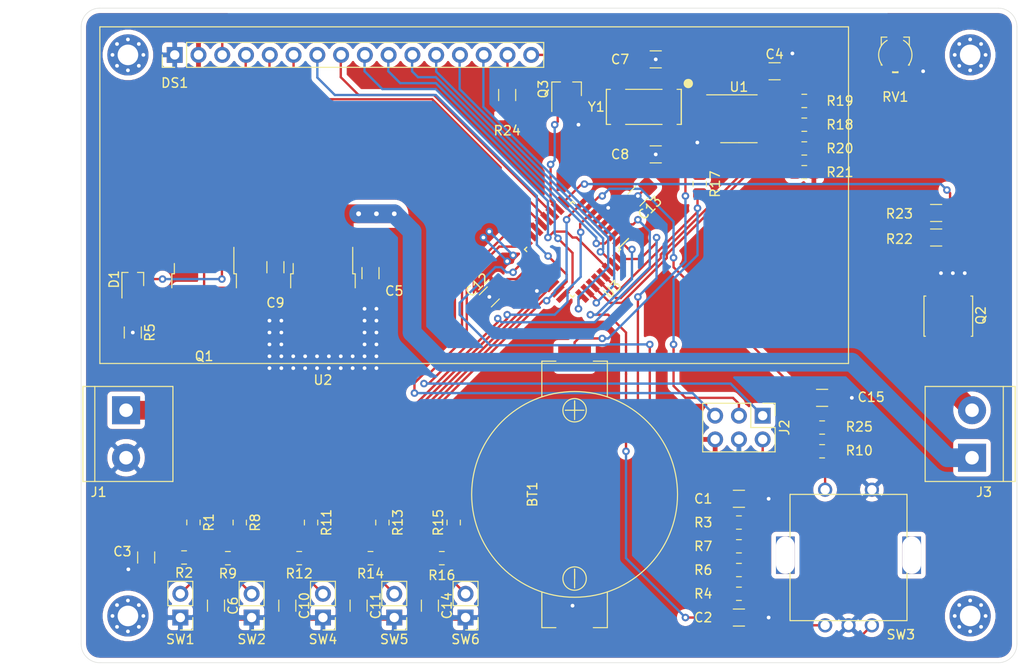
<source format=kicad_pcb>
(kicad_pcb (version 20171130) (host pcbnew "(5.1.6)-1")
  (layers (0 F.Cu signal) (31 B.Cu signal) (34 B.Paste user) (35 F.Paste user) (36 B.SilkS user) (37 F.SilkS user) (38 B.Mask user) (39 F.Mask user) (44 Edge.Cuts user))
  (net 0 "")
  (net 1 +BATT)
  (net 2 GND)
  (net 3 /ROT_SW_A)
  (net 4 /ROT_SW_B)
  (net 5 /SW1)
  (net 6 +5V)
  (net 7 VDD)
  (net 8 /SW2)
  (net 9 "Net-(C7-Pad1)")
  (net 10 "Net-(C8-Pad1)")
  (net 11 /SW3)
  (net 12 /SW4)
  (net 13 /SW_MAN)
  (net 14 /SW_SEL)
  (net 15 "Net-(D1-Pad1)")
  (net 16 "Net-(DS1-Pad3)")
  (net 17 /LCD_RS)
  (net 18 /LCD_RW)
  (net 19 /LCD_E)
  (net 20 /LCD_D0)
  (net 21 /LCD_D1)
  (net 22 /LCD_D2)
  (net 23 /LCD_D3)
  (net 24 /LCD_D4)
  (net 25 /LCD_D5)
  (net 26 /LCD_D6)
  (net 27 /LCD_D7)
  (net 28 "Net-(DS1-Pad15)")
  (net 29 "Net-(DS1-Pad16)")
  (net 30 "Net-(J1-Pad1)")
  (net 31 /MISO)
  (net 32 /SCK)
  (net 33 /RST)
  (net 34 /MOSI)
  (net 35 "Net-(J3-Pad2)")
  (net 36 "Net-(Q2-Pad4)")
  (net 37 /LCD_BL)
  (net 38 "Net-(R1-Pad2)")
  (net 39 "Net-(R3-Pad1)")
  (net 40 "Net-(R4-Pad2)")
  (net 41 "Net-(R8-Pad2)")
  (net 42 "Net-(R10-Pad2)")
  (net 43 "Net-(R11-Pad2)")
  (net 44 "Net-(R13-Pad2)")
  (net 45 "Net-(R15-Pad1)")
  (net 46 /SCL)
  (net 47 /SDA)
  (net 48 /Gate)
  (net 49 "Net-(U1-Pad7)")
  (net 50 "Net-(U3-Pad20)")
  (module lanternfish:PEC11R-4215F-S0024 (layer F.Cu) (at 183 126)
    (fp_text reference SW3 (at 5.595 1) (layer F.SilkS))
    (fp_text value PEC11R-4215F-S0024)
    (pad "" np_thru_hole rect (at 6.75 -7.5) (size 2 4) (drill oval 2 4) (layers *.Cu *.Mask))
    (pad "" np_thru_hole rect (at -6.75 -7.5) (size 2 4) (drill oval 2 4) (layers *.Cu *.Mask))
    (pad S2 thru_hole circle (at 2.5 -14.5) (size 1.524 1.524) (drill 1) (layers *.Cu *.Mask) (net 2 GND))
    (pad S1 thru_hole circle (at -2.5 -14.5) (size 1.524 1.524) (drill 1) (layers *.Cu *.Mask) (net 42 "Net-(R10-Pad2)"))
    (pad B thru_hole circle (at 2.5 0) (size 1.524 1.524) (drill 1) (layers *.Cu *.Mask) (net 40 "Net-(R4-Pad2)"))
    (pad C thru_hole circle (at 0 0) (size 1.524 1.524) (drill 1) (layers *.Cu *.Mask) (net 2 GND))
    (pad A thru_hole circle (at -2.5 0) (size 1.524 1.524) (drill 1) (layers *.Cu *.Mask) (net 39 "Net-(R3-Pad1)"))
  )
  (module lanternfish:lcm1602 (layer F.Cu) (at 103 62)
    (fp_text reference DS1 (at 8 6) (layer F.SilkS))
    (fp_text value LCM1602)
    (pad 2 thru_hole oval (at 10.54 3 90) (size 1.7 1.7) (drill 1) (layers *.Cu *.Mask) (net 6 +5V))
    (pad 14 thru_hole oval (at 41.02 3 90) (size 1.7 1.7) (drill 1) (layers *.Cu *.Mask) (net 27 /LCD_D7))
    (pad 1 thru_hole rect (at 8 3 90) (size 1.7 1.7) (drill 1) (layers *.Cu *.Mask) (net 2 GND))
    (pad 10 thru_hole oval (at 30.86 3 90) (size 1.7 1.7) (drill 1) (layers *.Cu *.Mask) (net 23 /LCD_D3))
    (pad 4 thru_hole oval (at 15.62 3 90) (size 1.7 1.7) (drill 1) (layers *.Cu *.Mask) (net 17 /LCD_RS))
    (pad 11 thru_hole oval (at 33.4 3 90) (size 1.7 1.7) (drill 1) (layers *.Cu *.Mask) (net 24 /LCD_D4))
    (pad 7 thru_hole oval (at 23.24 3 90) (size 1.7 1.7) (drill 1) (layers *.Cu *.Mask) (net 20 /LCD_D0))
    (pad 3 thru_hole oval (at 13.08 3 90) (size 1.7 1.7) (drill 1) (layers *.Cu *.Mask) (net 16 "Net-(DS1-Pad3)"))
    (pad 8 thru_hole oval (at 25.78 3 90) (size 1.7 1.7) (drill 1) (layers *.Cu *.Mask) (net 21 /LCD_D1))
    (pad 12 thru_hole oval (at 35.94 3 90) (size 1.7 1.7) (drill 1) (layers *.Cu *.Mask) (net 25 /LCD_D5))
    (pad 15 thru_hole oval (at 43.56 3 90) (size 1.7 1.7) (drill 1) (layers *.Cu *.Mask) (net 28 "Net-(DS1-Pad15)"))
    (pad 9 thru_hole oval (at 28.32 3 90) (size 1.7 1.7) (drill 1) (layers *.Cu *.Mask) (net 22 /LCD_D2))
    (pad 16 thru_hole oval (at 46.1 3 90) (size 1.7 1.7) (drill 1) (layers *.Cu *.Mask) (net 29 "Net-(DS1-Pad16)"))
    (pad 5 thru_hole oval (at 18.16 3 90) (size 1.7 1.7) (drill 1) (layers *.Cu *.Mask) (net 18 /LCD_RW))
    (pad 6 thru_hole oval (at 20.7 3 90) (size 1.7 1.7) (drill 1) (layers *.Cu *.Mask) (net 19 /LCD_E))
    (pad 13 thru_hole oval (at 38.48 3 90) (size 1.7 1.7) (drill 1) (layers *.Cu *.Mask) (net 26 /LCD_D6))
  )
  (module MountingHole:MountingHole_2.2mm_M2_Pad_Via (layer F.Cu) (at 106 65)
    (fp_text reference REF** hide)
    (fp_text value MountingHole_2.2mm_M2_Pad_Via)
    (pad 1 thru_hole circle (at 0 0) (size 4.4 4.4) (drill 2.2) (layers *.Cu *.Mask))
    (pad 1 thru_hole circle (at 1.65 0) (size 0.7 0.7) (drill 0.4) (layers *.Cu *.Mask))
    (pad 1 thru_hole circle (at 1.166726 1.166726) (size 0.7 0.7) (drill 0.4) (layers *.Cu *.Mask))
    (pad 1 thru_hole circle (at 0 1.65) (size 0.7 0.7) (drill 0.4) (layers *.Cu *.Mask))
    (pad 1 thru_hole circle (at -1.166726 1.166726) (size 0.7 0.7) (drill 0.4) (layers *.Cu *.Mask))
    (pad 1 thru_hole circle (at -1.65 0) (size 0.7 0.7) (drill 0.4) (layers *.Cu *.Mask))
    (pad 1 thru_hole circle (at -1.166726 -1.166726) (size 0.7 0.7) (drill 0.4) (layers *.Cu *.Mask))
    (pad 1 thru_hole circle (at 0 -1.65) (size 0.7 0.7) (drill 0.4) (layers *.Cu *.Mask))
    (pad 1 thru_hole circle (at 1.166726 -1.166726) (size 0.7 0.7) (drill 0.4) (layers *.Cu *.Mask))
  )
  (module MountingHole:MountingHole_2.2mm_M2_Pad_Via (layer F.Cu) (at 106 125)
    (fp_text reference REF** hide)
    (fp_text value MountingHole_2.2mm_M2_Pad_Via)
    (pad 1 thru_hole circle (at 0 0) (size 4.4 4.4) (drill 2.2) (layers *.Cu *.Mask))
    (pad 1 thru_hole circle (at 1.65 0) (size 0.7 0.7) (drill 0.4) (layers *.Cu *.Mask))
    (pad 1 thru_hole circle (at 1.166726 1.166726) (size 0.7 0.7) (drill 0.4) (layers *.Cu *.Mask))
    (pad 1 thru_hole circle (at 0 1.65) (size 0.7 0.7) (drill 0.4) (layers *.Cu *.Mask))
    (pad 1 thru_hole circle (at -1.166726 1.166726) (size 0.7 0.7) (drill 0.4) (layers *.Cu *.Mask))
    (pad 1 thru_hole circle (at -1.65 0) (size 0.7 0.7) (drill 0.4) (layers *.Cu *.Mask))
    (pad 1 thru_hole circle (at -1.166726 -1.166726) (size 0.7 0.7) (drill 0.4) (layers *.Cu *.Mask))
    (pad 1 thru_hole circle (at 0 -1.65) (size 0.7 0.7) (drill 0.4) (layers *.Cu *.Mask))
    (pad 1 thru_hole circle (at 1.166726 -1.166726) (size 0.7 0.7) (drill 0.4) (layers *.Cu *.Mask))
  )
  (module MountingHole:MountingHole_2.2mm_M2_Pad_Via (layer F.Cu) (at 196 125)
    (fp_text reference REF** hide)
    (fp_text value MountingHole_2.2mm_M2_Pad_Via)
    (pad 1 thru_hole circle (at 0 0) (size 4.4 4.4) (drill 2.2) (layers *.Cu *.Mask))
    (pad 1 thru_hole circle (at 1.65 0) (size 0.7 0.7) (drill 0.4) (layers *.Cu *.Mask))
    (pad 1 thru_hole circle (at 1.166726 1.166726) (size 0.7 0.7) (drill 0.4) (layers *.Cu *.Mask))
    (pad 1 thru_hole circle (at 0 1.65) (size 0.7 0.7) (drill 0.4) (layers *.Cu *.Mask))
    (pad 1 thru_hole circle (at -1.166726 1.166726) (size 0.7 0.7) (drill 0.4) (layers *.Cu *.Mask))
    (pad 1 thru_hole circle (at -1.65 0) (size 0.7 0.7) (drill 0.4) (layers *.Cu *.Mask))
    (pad 1 thru_hole circle (at -1.166726 -1.166726) (size 0.7 0.7) (drill 0.4) (layers *.Cu *.Mask))
    (pad 1 thru_hole circle (at 0 -1.65) (size 0.7 0.7) (drill 0.4) (layers *.Cu *.Mask))
    (pad 1 thru_hole circle (at 1.166726 -1.166726) (size 0.7 0.7) (drill 0.4) (layers *.Cu *.Mask))
  )
  (module Resistor_SMD:R_0805_2012Metric_Pad1.15x1.40mm_HandSolder (layer F.Cu) (at 113 115 270)
    (fp_text reference R1 (at 0 -1.65 90) (layer F.SilkS))
    (fp_text value 10kR)
    (pad 1 smd roundrect (at -1.025 0 270) (size 1.15 1.4) (layers F.Cu F.Paste F.Mask) (roundrect_rratio 0.217391) (net 6 +5V))
    (pad 2 smd roundrect (at 1.025 0 270) (size 1.15 1.4) (layers F.Cu F.Paste F.Mask) (roundrect_rratio 0.217391) (net 38 "Net-(R1-Pad2)"))
  )
  (module MountingHole:MountingHole_2.2mm_M2_Pad_Via (layer F.Cu) (at 196 65)
    (fp_text reference REF** hide)
    (fp_text value MountingHole_2.2mm_M2_Pad_Via)
    (pad 1 thru_hole circle (at 0 0) (size 4.4 4.4) (drill 2.2) (layers *.Cu *.Mask))
    (pad 1 thru_hole circle (at 1.65 0) (size 0.7 0.7) (drill 0.4) (layers *.Cu *.Mask))
    (pad 1 thru_hole circle (at 1.166726 1.166726) (size 0.7 0.7) (drill 0.4) (layers *.Cu *.Mask))
    (pad 1 thru_hole circle (at 0 1.65) (size 0.7 0.7) (drill 0.4) (layers *.Cu *.Mask))
    (pad 1 thru_hole circle (at -1.166726 1.166726) (size 0.7 0.7) (drill 0.4) (layers *.Cu *.Mask))
    (pad 1 thru_hole circle (at -1.65 0) (size 0.7 0.7) (drill 0.4) (layers *.Cu *.Mask))
    (pad 1 thru_hole circle (at -1.166726 -1.166726) (size 0.7 0.7) (drill 0.4) (layers *.Cu *.Mask))
    (pad 1 thru_hole circle (at 0 -1.65) (size 0.7 0.7) (drill 0.4) (layers *.Cu *.Mask))
    (pad 1 thru_hole circle (at 1.166726 -1.166726) (size 0.7 0.7) (drill 0.4) (layers *.Cu *.Mask))
  )
  (module lanternfish:RC33X-2 (layer F.Cu) (at 188 65)
    (fp_text reference RV1 (at 0 4.5) (layer F.SilkS))
    (fp_text value 10kR)
    (pad 2 smd rect (at 0 -1.45) (size 1.6 1.5) (layers F.Cu F.Paste F.Mask) (net 16 "Net-(DS1-Pad3)"))
    (pad 1 smd rect (at 1 1.8) (size 1.2 1.2) (layers F.Cu F.Paste F.Mask) (net 2 GND))
    (pad 3 smd rect (at -1 1.8) (size 1.2 1.2) (layers F.Cu F.Paste F.Mask) (net 6 +5V))
  )
  (module Package_QFP:TQFP-32_7x7mm_P0.8mm (layer F.Cu) (at 153.51 85.8 225)
    (fp_text reference U3 (at 0 -6.05 45) (layer F.SilkS))
    (fp_text value ATmega328PB-AU)
    (pad 1 smd rect (at -4.25 -2.8 225) (size 1.6 0.55) (layers F.Cu F.Paste F.Mask) (net 4 /ROT_SW_B))
    (pad 2 smd rect (at -4.25 -2 225) (size 1.6 0.55) (layers F.Cu F.Paste F.Mask) (net 24 /LCD_D4))
    (pad 3 smd rect (at -4.25 -1.2 225) (size 1.6 0.55) (layers F.Cu F.Paste F.Mask) (net 5 /SW1))
    (pad 4 smd rect (at -4.25 -0.4 225) (size 1.6 0.55) (layers F.Cu F.Paste F.Mask) (net 6 +5V))
    (pad 5 smd rect (at -4.25 0.4 225) (size 1.6 0.55) (layers F.Cu F.Paste F.Mask) (net 2 GND))
    (pad 6 smd rect (at -4.25 1.2 225) (size 1.6 0.55) (layers F.Cu F.Paste F.Mask) (net 8 /SW2))
    (pad 7 smd rect (at -4.25 2 225) (size 1.6 0.55) (layers F.Cu F.Paste F.Mask) (net 14 /SW_SEL))
    (pad 8 smd rect (at -4.25 2.8 225) (size 1.6 0.55) (layers F.Cu F.Paste F.Mask) (net 13 /SW_MAN))
    (pad 9 smd rect (at -2.8 4.25 315) (size 1.6 0.55) (layers F.Cu F.Paste F.Mask) (net 48 /Gate))
    (pad 10 smd rect (at -2 4.25 315) (size 1.6 0.55) (layers F.Cu F.Paste F.Mask) (net 37 /LCD_BL))
    (pad 11 smd rect (at -1.2 4.25 315) (size 1.6 0.55) (layers F.Cu F.Paste F.Mask) (net 21 /LCD_D1))
    (pad 12 smd rect (at -0.4 4.25 315) (size 1.6 0.55) (layers F.Cu F.Paste F.Mask) (net 19 /LCD_E))
    (pad 13 smd rect (at 0.4 4.25 315) (size 1.6 0.55) (layers F.Cu F.Paste F.Mask) (net 18 /LCD_RW))
    (pad 14 smd rect (at 1.2 4.25 315) (size 1.6 0.55) (layers F.Cu F.Paste F.Mask) (net 17 /LCD_RS))
    (pad 15 smd rect (at 2 4.25 315) (size 1.6 0.55) (layers F.Cu F.Paste F.Mask) (net 34 /MOSI))
    (pad 16 smd rect (at 2.8 4.25 315) (size 1.6 0.55) (layers F.Cu F.Paste F.Mask) (net 31 /MISO))
    (pad 17 smd rect (at 4.25 2.8 225) (size 1.6 0.55) (layers F.Cu F.Paste F.Mask) (net 32 /SCK))
    (pad 18 smd rect (at 4.25 2 225) (size 1.6 0.55) (layers F.Cu F.Paste F.Mask) (net 6 +5V))
    (pad 19 smd rect (at 4.25 1.2 225) (size 1.6 0.55) (layers F.Cu F.Paste F.Mask) (net 11 /SW3))
    (pad 20 smd rect (at 4.25 0.4 225) (size 1.6 0.55) (layers F.Cu F.Paste F.Mask) (net 50 "Net-(U3-Pad20)"))
    (pad 21 smd rect (at 4.25 -0.4 225) (size 1.6 0.55) (layers F.Cu F.Paste F.Mask) (net 2 GND))
    (pad 22 smd rect (at 4.25 -1.2 225) (size 1.6 0.55) (layers F.Cu F.Paste F.Mask) (net 12 /SW4))
    (pad 23 smd rect (at 4.25 -2 225) (size 1.6 0.55) (layers F.Cu F.Paste F.Mask) (net 20 /LCD_D0))
    (pad 24 smd rect (at 4.25 -2.8 225) (size 1.6 0.55) (layers F.Cu F.Paste F.Mask) (net 23 /LCD_D3))
    (pad 25 smd rect (at 2.8 -4.25 315) (size 1.6 0.55) (layers F.Cu F.Paste F.Mask) (net 26 /LCD_D6))
    (pad 26 smd rect (at 2 -4.25 315) (size 1.6 0.55) (layers F.Cu F.Paste F.Mask) (net 27 /LCD_D7))
    (pad 27 smd rect (at 1.2 -4.25 315) (size 1.6 0.55) (layers F.Cu F.Paste F.Mask) (net 47 /SDA))
    (pad 28 smd rect (at 0.4 -4.25 315) (size 1.6 0.55) (layers F.Cu F.Paste F.Mask) (net 46 /SCL))
    (pad 29 smd rect (at -0.4 -4.25 315) (size 1.6 0.55) (layers F.Cu F.Paste F.Mask) (net 33 /RST))
    (pad 30 smd rect (at -1.2 -4.25 315) (size 1.6 0.55) (layers F.Cu F.Paste F.Mask) (net 22 /LCD_D2))
    (pad 31 smd rect (at -2 -4.25 315) (size 1.6 0.55) (layers F.Cu F.Paste F.Mask) (net 25 /LCD_D5))
    (pad 32 smd rect (at -2.8 -4.25 315) (size 1.6 0.55) (layers F.Cu F.Paste F.Mask) (net 3 /ROT_SW_A))
  )
  (module Resistor_SMD:R_0805_2012Metric_Pad1.15x1.40mm_HandSolder (layer F.Cu) (at 180.18 104.85)
    (fp_text reference R25 (at 3.97 -0.075) (layer F.SilkS))
    (fp_text value 10kR)
    (pad 1 smd roundrect (at -1.025 0) (size 1.15 1.4) (layers F.Cu F.Paste F.Mask) (roundrect_rratio 0.217391) (net 14 /SW_SEL))
    (pad 2 smd roundrect (at 1.025 0) (size 1.15 1.4) (layers F.Cu F.Paste F.Mask) (roundrect_rratio 0.217391) (net 42 "Net-(R10-Pad2)"))
  )
  (module Resistor_SMD:R_0805_2012Metric_Pad1.15x1.40mm_HandSolder (layer F.Cu) (at 178.275 77.545 180)
    (fp_text reference R21 (at -3.81 0) (layer F.SilkS))
    (fp_text value 10kR)
    (pad 1 smd roundrect (at -1.025 0 180) (size 1.15 1.4) (layers F.Cu F.Paste F.Mask) (roundrect_rratio 0.217391) (net 6 +5V))
    (pad 2 smd roundrect (at 1.025 0 180) (size 1.15 1.4) (layers F.Cu F.Paste F.Mask) (roundrect_rratio 0.217391) (net 47 /SDA))
  )
  (module Resistor_SMD:R_0805_2012Metric_Pad1.15x1.40mm_HandSolder (layer F.Cu) (at 178.275 75.005 180)
    (fp_text reference R20 (at -3.81 0) (layer F.SilkS))
    (fp_text value 10kR)
    (pad 1 smd roundrect (at -1.025 0 180) (size 1.15 1.4) (layers F.Cu F.Paste F.Mask) (roundrect_rratio 0.217391) (net 6 +5V))
    (pad 2 smd roundrect (at 1.025 0 180) (size 1.15 1.4) (layers F.Cu F.Paste F.Mask) (roundrect_rratio 0.217391) (net 47 /SDA))
  )
  (module Resistor_SMD:R_0805_2012Metric_Pad1.15x1.40mm_HandSolder (layer F.Cu) (at 178.275 69.925 180)
    (fp_text reference R19 (at -3.81 0) (layer F.SilkS))
    (fp_text value 10kR)
    (pad 1 smd roundrect (at -1.025 0 180) (size 1.15 1.4) (layers F.Cu F.Paste F.Mask) (roundrect_rratio 0.217391) (net 6 +5V))
    (pad 2 smd roundrect (at 1.025 0 180) (size 1.15 1.4) (layers F.Cu F.Paste F.Mask) (roundrect_rratio 0.217391) (net 46 /SCL))
  )
  (module Resistor_SMD:R_0805_2012Metric_Pad1.15x1.40mm_HandSolder (layer F.Cu) (at 178.275 72.465 180)
    (fp_text reference R18 (at -3.81 0) (layer F.SilkS))
    (fp_text value 10kR)
    (pad 1 smd roundrect (at -1.025 0 180) (size 1.15 1.4) (layers F.Cu F.Paste F.Mask) (roundrect_rratio 0.217391) (net 6 +5V))
    (pad 2 smd roundrect (at 1.025 0 180) (size 1.15 1.4) (layers F.Cu F.Paste F.Mask) (roundrect_rratio 0.217391) (net 46 /SCL))
  )
  (module Resistor_SMD:R_0805_2012Metric_Pad1.15x1.40mm_HandSolder (layer F.Cu) (at 167.099 78.815 270)
    (fp_text reference R17 (at 0 -1.65 90) (layer F.SilkS))
    (fp_text value 10kR)
    (pad 1 smd roundrect (at -1.025 0 270) (size 1.15 1.4) (layers F.Cu F.Paste F.Mask) (roundrect_rratio 0.217391) (net 6 +5V))
    (pad 2 smd roundrect (at 1.025 0 270) (size 1.15 1.4) (layers F.Cu F.Paste F.Mask) (roundrect_rratio 0.217391) (net 33 /RST))
  )
  (module Resistor_SMD:R_0805_2012Metric_Pad1.15x1.40mm_HandSolder (layer F.Cu) (at 139.54 118.82)
    (fp_text reference R16 (at 0 1.83) (layer F.SilkS))
    (fp_text value 10kR)
    (pad 1 smd roundrect (at -1.025 0) (size 1.15 1.4) (layers F.Cu F.Paste F.Mask) (roundrect_rratio 0.217391) (net 13 /SW_MAN))
    (pad 2 smd roundrect (at 1.025 0) (size 1.15 1.4) (layers F.Cu F.Paste F.Mask) (roundrect_rratio 0.217391) (net 45 "Net-(R15-Pad1)"))
  )
  (module Resistor_SMD:R_0805_2012Metric_Pad1.15x1.40mm_HandSolder (layer F.Cu) (at 140.81 115.01 90)
    (fp_text reference R15 (at 0 -1.65 90) (layer F.SilkS))
    (fp_text value 10kR)
    (pad 1 smd roundrect (at -1.025 0 90) (size 1.15 1.4) (layers F.Cu F.Paste F.Mask) (roundrect_rratio 0.217391) (net 45 "Net-(R15-Pad1)"))
    (pad 2 smd roundrect (at 1.025 0 90) (size 1.15 1.4) (layers F.Cu F.Paste F.Mask) (roundrect_rratio 0.217391) (net 6 +5V))
  )
  (module Resistor_SMD:R_0805_2012Metric_Pad1.15x1.40mm_HandSolder (layer F.Cu) (at 131.92 118.82 180)
    (fp_text reference R14 (at 0 -1.65) (layer F.SilkS))
    (fp_text value 10kR)
    (pad 1 smd roundrect (at -1.025 0 180) (size 1.15 1.4) (layers F.Cu F.Paste F.Mask) (roundrect_rratio 0.217391) (net 44 "Net-(R13-Pad2)"))
    (pad 2 smd roundrect (at 1.025 0 180) (size 1.15 1.4) (layers F.Cu F.Paste F.Mask) (roundrect_rratio 0.217391) (net 12 /SW4))
  )
  (module Resistor_SMD:R_0805_2012Metric_Pad1.15x1.40mm_HandSolder (layer F.Cu) (at 133.19 115.01 270)
    (fp_text reference R13 (at 0 -1.65 90) (layer F.SilkS))
    (fp_text value 10kR)
    (pad 1 smd roundrect (at -1.025 0 270) (size 1.15 1.4) (layers F.Cu F.Paste F.Mask) (roundrect_rratio 0.217391) (net 6 +5V))
    (pad 2 smd roundrect (at 1.025 0 270) (size 1.15 1.4) (layers F.Cu F.Paste F.Mask) (roundrect_rratio 0.217391) (net 44 "Net-(R13-Pad2)"))
  )
  (module Resistor_SMD:R_0805_2012Metric_Pad1.15x1.40mm_HandSolder (layer F.Cu) (at 124.3 118.82 180)
    (fp_text reference R12 (at 0 -1.65) (layer F.SilkS))
    (fp_text value 10kR)
    (pad 1 smd roundrect (at -1.025 0 180) (size 1.15 1.4) (layers F.Cu F.Paste F.Mask) (roundrect_rratio 0.217391) (net 43 "Net-(R11-Pad2)"))
    (pad 2 smd roundrect (at 1.025 0 180) (size 1.15 1.4) (layers F.Cu F.Paste F.Mask) (roundrect_rratio 0.217391) (net 11 /SW3))
  )
  (module Resistor_SMD:R_0805_2012Metric_Pad1.15x1.40mm_HandSolder (layer F.Cu) (at 125.57 115.01 270)
    (fp_text reference R11 (at 0 -1.65 90) (layer F.SilkS))
    (fp_text value 10kR)
    (pad 1 smd roundrect (at -1.025 0 270) (size 1.15 1.4) (layers F.Cu F.Paste F.Mask) (roundrect_rratio 0.217391) (net 6 +5V))
    (pad 2 smd roundrect (at 1.025 0 270) (size 1.15 1.4) (layers F.Cu F.Paste F.Mask) (roundrect_rratio 0.217391) (net 43 "Net-(R11-Pad2)"))
  )
  (module Resistor_SMD:R_0805_2012Metric_Pad1.15x1.40mm_HandSolder (layer F.Cu) (at 180.18 107.39)
    (fp_text reference R10 (at 3.97 -0.075) (layer F.SilkS))
    (fp_text value 10kR)
    (pad 1 smd roundrect (at -1.025 0) (size 1.15 1.4) (layers F.Cu F.Paste F.Mask) (roundrect_rratio 0.217391) (net 6 +5V))
    (pad 2 smd roundrect (at 1.025 0) (size 1.15 1.4) (layers F.Cu F.Paste F.Mask) (roundrect_rratio 0.217391) (net 42 "Net-(R10-Pad2)"))
  )
  (module Resistor_SMD:R_0805_2012Metric_Pad1.15x1.40mm_HandSolder (layer F.Cu) (at 116.68 118.82 180)
    (fp_text reference R9 (at 0 -1.65) (layer F.SilkS))
    (fp_text value 10kR)
    (pad 1 smd roundrect (at -1.025 0 180) (size 1.15 1.4) (layers F.Cu F.Paste F.Mask) (roundrect_rratio 0.217391) (net 41 "Net-(R8-Pad2)"))
    (pad 2 smd roundrect (at 1.025 0 180) (size 1.15 1.4) (layers F.Cu F.Paste F.Mask) (roundrect_rratio 0.217391) (net 8 /SW2))
  )
  (module Resistor_SMD:R_0805_2012Metric_Pad1.15x1.40mm_HandSolder (layer F.Cu) (at 117.95 115.01 270)
    (fp_text reference R8 (at 0 -1.65 90) (layer F.SilkS))
    (fp_text value 10kR)
    (pad 1 smd roundrect (at -1.025 0 270) (size 1.15 1.4) (layers F.Cu F.Paste F.Mask) (roundrect_rratio 0.217391) (net 6 +5V))
    (pad 2 smd roundrect (at 1.025 0 270) (size 1.15 1.4) (layers F.Cu F.Paste F.Mask) (roundrect_rratio 0.217391) (net 41 "Net-(R8-Pad2)"))
  )
  (module Resistor_SMD:R_0805_2012Metric_Pad1.15x1.40mm_HandSolder (layer F.Cu) (at 171.29 117.55)
    (fp_text reference R7 (at -3.81 0) (layer F.SilkS))
    (fp_text value 10kR)
    (pad 1 smd roundrect (at -1.025 0) (size 1.15 1.4) (layers F.Cu F.Paste F.Mask) (roundrect_rratio 0.217391) (net 6 +5V))
    (pad 2 smd roundrect (at 1.025 0) (size 1.15 1.4) (layers F.Cu F.Paste F.Mask) (roundrect_rratio 0.217391) (net 39 "Net-(R3-Pad1)"))
  )
  (module Resistor_SMD:R_0805_2012Metric_Pad1.15x1.40mm_HandSolder (layer F.Cu) (at 171.29 120.09)
    (fp_text reference R6 (at -3.81 0) (layer F.SilkS))
    (fp_text value 10kR)
    (pad 1 smd roundrect (at -1.025 0) (size 1.15 1.4) (layers F.Cu F.Paste F.Mask) (roundrect_rratio 0.217391) (net 6 +5V))
    (pad 2 smd roundrect (at 1.025 0) (size 1.15 1.4) (layers F.Cu F.Paste F.Mask) (roundrect_rratio 0.217391) (net 40 "Net-(R4-Pad2)"))
  )
  (module Resistor_SMD:R_0805_2012Metric_Pad1.15x1.40mm_HandSolder (layer F.Cu) (at 171.29 122.63)
    (fp_text reference R4 (at -3.81 0) (layer F.SilkS))
    (fp_text value 10kR)
    (pad 1 smd roundrect (at -1.025 0) (size 1.15 1.4) (layers F.Cu F.Paste F.Mask) (roundrect_rratio 0.217391) (net 4 /ROT_SW_B))
    (pad 2 smd roundrect (at 1.025 0) (size 1.15 1.4) (layers F.Cu F.Paste F.Mask) (roundrect_rratio 0.217391) (net 40 "Net-(R4-Pad2)"))
  )
  (module Resistor_SMD:R_0805_2012Metric_Pad1.15x1.40mm_HandSolder (layer F.Cu) (at 171.29 115.01 180)
    (fp_text reference R3 (at 3.81 0) (layer F.SilkS))
    (fp_text value 10kR)
    (pad 1 smd roundrect (at -1.025 0 180) (size 1.15 1.4) (layers F.Cu F.Paste F.Mask) (roundrect_rratio 0.217391) (net 39 "Net-(R3-Pad1)"))
    (pad 2 smd roundrect (at 1.025 0 180) (size 1.15 1.4) (layers F.Cu F.Paste F.Mask) (roundrect_rratio 0.217391) (net 3 /ROT_SW_A))
  )
  (module Resistor_SMD:R_0805_2012Metric_Pad1.15x1.40mm_HandSolder (layer F.Cu) (at 112 118.745 180)
    (fp_text reference R2 (at 0 -1.65) (layer F.SilkS))
    (fp_text value 10kR)
    (pad 1 smd roundrect (at -1.025 0 180) (size 1.15 1.4) (layers F.Cu F.Paste F.Mask) (roundrect_rratio 0.217391) (net 38 "Net-(R1-Pad2)"))
    (pad 2 smd roundrect (at 1.025 0 180) (size 1.15 1.4) (layers F.Cu F.Paste F.Mask) (roundrect_rratio 0.217391) (net 5 /SW1))
  )
  (module lanternfish:MC000048 (layer F.Cu) (at 201 111.08 90)
    (fp_text reference J3 (at -0.68 -3.515) (layer F.SilkS))
    (fp_text value Output)
    (pad 1 thru_hole rect (at 3 -4.8 90) (size 3 3) (drill 1.45) (layers *.Cu *.Mask) (net 7 VDD))
    (pad 2 thru_hole circle (at 8.08 -4.8 90) (size 3 3) (drill 1.45) (layers *.Cu *.Mask) (net 35 "Net-(J3-Pad2)"))
  )
  (module lanternfish:MC000048 (layer F.Cu) (at 101 100 270)
    (fp_text reference J1 (at 11.76 -1.87 180) (layer F.SilkS))
    (fp_text value Input)
    (pad 1 thru_hole rect (at 3 -4.8 270) (size 3 3) (drill 1.45) (layers *.Cu *.Mask) (net 30 "Net-(J1-Pad1)"))
    (pad 2 thru_hole circle (at 8.08 -4.8 270) (size 3 3) (drill 1.45) (layers *.Cu *.Mask) (net 2 GND))
  )
  (module lanternfish:Renata_cr2032_CMS (layer F.Cu) (at 153.73 112 270)
    (fp_text reference BT1 (at 0 4.5 90) (layer F.SilkS))
    (fp_text value Battery_Cell)
    (pad 2 smd rect (at 14.7 0 270) (size 2.6 3.5) (layers F.Cu F.Paste F.Mask) (net 2 GND))
    (pad 1 smd rect (at -14.7 0 270) (size 2.6 3.5) (layers F.Cu F.Paste F.Mask) (net 1 +BATT))
  )
  (module Capacitor_SMD:C_1206_3216Metric_Pad1.42x1.75mm_HandSolder (layer F.Cu) (at 171.29 112.47)
    (fp_text reference C1 (at -3.81 0) (layer F.SilkS))
    (fp_text value 10nF)
    (pad 1 smd roundrect (at -1.4875 0) (size 1.425 1.75) (layers F.Cu F.Paste F.Mask) (roundrect_rratio 0.175439) (net 3 /ROT_SW_A))
    (pad 2 smd roundrect (at 1.4875 0) (size 1.425 1.75) (layers F.Cu F.Paste F.Mask) (roundrect_rratio 0.175439) (net 2 GND))
  )
  (module Capacitor_SMD:C_1206_3216Metric_Pad1.42x1.75mm_HandSolder (layer F.Cu) (at 171.29 125.17)
    (fp_text reference C2 (at -3.81 0) (layer F.SilkS))
    (fp_text value 10nF)
    (pad 2 smd roundrect (at 1.4875 0) (size 1.425 1.75) (layers F.Cu F.Paste F.Mask) (roundrect_rratio 0.175439) (net 2 GND))
    (pad 1 smd roundrect (at -1.4875 0) (size 1.425 1.75) (layers F.Cu F.Paste F.Mask) (roundrect_rratio 0.175439) (net 4 /ROT_SW_B))
  )
  (module Capacitor_SMD:C_1206_3216Metric_Pad1.42x1.75mm_HandSolder (layer F.Cu) (at 107.95 118.745 270)
    (fp_text reference C3 (at -0.635 2.54 180) (layer F.SilkS))
    (fp_text value 10uF)
    (pad 2 smd roundrect (at 1.4875 0 270) (size 1.425 1.75) (layers F.Cu F.Paste F.Mask) (roundrect_rratio 0.175439) (net 2 GND))
    (pad 1 smd roundrect (at -1.4875 0 270) (size 1.425 1.75) (layers F.Cu F.Paste F.Mask) (roundrect_rratio 0.175439) (net 5 /SW1))
  )
  (module Capacitor_SMD:C_1206_3216Metric_Pad1.42x1.75mm_HandSolder (layer F.Cu) (at 175.1 66.75)
    (fp_text reference C4 (at 0 -1.82) (layer F.SilkS))
    (fp_text value 0.1uF)
    (pad 2 smd roundrect (at 1.4875 0) (size 1.425 1.75) (layers F.Cu F.Paste F.Mask) (roundrect_rratio 0.175439) (net 2 GND))
    (pad 1 smd roundrect (at -1.4875 0) (size 1.425 1.75) (layers F.Cu F.Paste F.Mask) (roundrect_rratio 0.175439) (net 6 +5V))
  )
  (module Capacitor_SMD:C_1206_3216Metric_Pad1.42x1.75mm_HandSolder (layer F.Cu) (at 131.92 88.34 90)
    (fp_text reference C5 (at -1.905 2.54 180) (layer F.SilkS))
    (fp_text value 0.33uF)
    (pad 1 smd roundrect (at -1.4875 0 90) (size 1.425 1.75) (layers F.Cu F.Paste F.Mask) (roundrect_rratio 0.175439) (net 2 GND))
    (pad 2 smd roundrect (at 1.4875 0 90) (size 1.425 1.75) (layers F.Cu F.Paste F.Mask) (roundrect_rratio 0.175439) (net 7 VDD))
  )
  (module Capacitor_SMD:C_1206_3216Metric_Pad1.42x1.75mm_HandSolder (layer F.Cu) (at 115.41 123.9 270)
    (fp_text reference C6 (at 0 -1.82 90) (layer F.SilkS))
    (fp_text value 10uF)
    (pad 2 smd roundrect (at 1.4875 0 270) (size 1.425 1.75) (layers F.Cu F.Paste F.Mask) (roundrect_rratio 0.175439) (net 2 GND))
    (pad 1 smd roundrect (at -1.4875 0 270) (size 1.425 1.75) (layers F.Cu F.Paste F.Mask) (roundrect_rratio 0.175439) (net 8 /SW2))
  )
  (module Capacitor_SMD:C_1206_3216Metric_Pad1.42x1.75mm_HandSolder (layer F.Cu) (at 162.4 65.48 180)
    (fp_text reference C7 (at 3.81 0) (layer F.SilkS))
    (fp_text value 6pF)
    (pad 1 smd roundrect (at -1.4875 0 180) (size 1.425 1.75) (layers F.Cu F.Paste F.Mask) (roundrect_rratio 0.175439) (net 9 "Net-(C7-Pad1)"))
    (pad 2 smd roundrect (at 1.4875 0 180) (size 1.425 1.75) (layers F.Cu F.Paste F.Mask) (roundrect_rratio 0.175439) (net 2 GND))
  )
  (module Capacitor_SMD:C_1206_3216Metric_Pad1.42x1.75mm_HandSolder (layer F.Cu) (at 162.4 75.64 180)
    (fp_text reference C8 (at 3.81 0) (layer F.SilkS))
    (fp_text value 6pF)
    (pad 2 smd roundrect (at 1.4875 0 180) (size 1.425 1.75) (layers F.Cu F.Paste F.Mask) (roundrect_rratio 0.175439) (net 2 GND))
    (pad 1 smd roundrect (at -1.4875 0 180) (size 1.425 1.75) (layers F.Cu F.Paste F.Mask) (roundrect_rratio 0.175439) (net 10 "Net-(C8-Pad1)"))
  )
  (module Capacitor_SMD:C_1206_3216Metric_Pad1.42x1.75mm_HandSolder (layer F.Cu) (at 121.76 87.705 90)
    (fp_text reference C9 (at -3.81 0 180) (layer F.SilkS))
    (fp_text value 0.1uF)
    (pad 1 smd roundrect (at -1.4875 0 90) (size 1.425 1.75) (layers F.Cu F.Paste F.Mask) (roundrect_rratio 0.175439) (net 2 GND))
    (pad 2 smd roundrect (at 1.4875 0 90) (size 1.425 1.75) (layers F.Cu F.Paste F.Mask) (roundrect_rratio 0.175439) (net 6 +5V))
  )
  (module Capacitor_SMD:C_1206_3216Metric_Pad1.42x1.75mm_HandSolder (layer F.Cu) (at 123.03 123.9 270)
    (fp_text reference C10 (at 0 -1.82 90) (layer F.SilkS))
    (fp_text value 10uF)
    (pad 1 smd roundrect (at -1.4875 0 270) (size 1.425 1.75) (layers F.Cu F.Paste F.Mask) (roundrect_rratio 0.175439) (net 11 /SW3))
    (pad 2 smd roundrect (at 1.4875 0 270) (size 1.425 1.75) (layers F.Cu F.Paste F.Mask) (roundrect_rratio 0.175439) (net 2 GND))
  )
  (module Capacitor_SMD:C_1206_3216Metric_Pad1.42x1.75mm_HandSolder (layer F.Cu) (at 130.65 123.9 270)
    (fp_text reference C11 (at 0 -1.82 90) (layer F.SilkS))
    (fp_text value 10uF)
    (pad 2 smd roundrect (at 1.4875 0 270) (size 1.425 1.75) (layers F.Cu F.Paste F.Mask) (roundrect_rratio 0.175439) (net 2 GND))
    (pad 1 smd roundrect (at -1.4875 0 270) (size 1.425 1.75) (layers F.Cu F.Paste F.Mask) (roundrect_rratio 0.175439) (net 12 /SW4))
  )
  (module Capacitor_SMD:C_1206_3216Metric_Pad1.42x1.75mm_HandSolder (layer F.Cu) (at 144.62 90.88 225)
    (fp_text reference C12 (at 0 1.796051 45) (layer F.SilkS))
    (fp_text value 0.1uF)
    (pad 1 smd roundrect (at -1.4875 0 225) (size 1.425 1.75) (layers F.Cu F.Paste F.Mask) (roundrect_rratio 0.175439) (net 6 +5V))
    (pad 2 smd roundrect (at 1.4875 0 225) (size 1.425 1.75) (layers F.Cu F.Paste F.Mask) (roundrect_rratio 0.175439) (net 2 GND))
  )
  (module Capacitor_SMD:C_1206_3216Metric_Pad1.42x1.75mm_HandSolder (layer F.Cu) (at 160.495 80.085 225)
    (fp_text reference C13 (at 0 -1.82 45) (layer F.SilkS))
    (fp_text value 0.1uF)
    (pad 2 smd roundrect (at 1.4875 0 225) (size 1.425 1.75) (layers F.Cu F.Paste F.Mask) (roundrect_rratio 0.175439) (net 6 +5V))
    (pad 1 smd roundrect (at -1.4875 0 225) (size 1.425 1.75) (layers F.Cu F.Paste F.Mask) (roundrect_rratio 0.175439) (net 2 GND))
  )
  (module Capacitor_SMD:C_1206_3216Metric_Pad1.42x1.75mm_HandSolder (layer F.Cu) (at 138.27 123.9 270)
    (fp_text reference C14 (at 0 -1.82 90) (layer F.SilkS))
    (fp_text value 10uF)
    (pad 1 smd roundrect (at -1.4875 0 270) (size 1.425 1.75) (layers F.Cu F.Paste F.Mask) (roundrect_rratio 0.175439) (net 13 /SW_MAN))
    (pad 2 smd roundrect (at 1.4875 0 270) (size 1.425 1.75) (layers F.Cu F.Paste F.Mask) (roundrect_rratio 0.175439) (net 2 GND))
  )
  (module Capacitor_SMD:C_1206_3216Metric_Pad1.42x1.75mm_HandSolder (layer F.Cu) (at 180.18 101.675)
    (fp_text reference C15 (at 5.24 -0.075) (layer F.SilkS))
    (fp_text value 10nF)
    (pad 2 smd roundrect (at 1.4875 0) (size 1.425 1.75) (layers F.Cu F.Paste F.Mask) (roundrect_rratio 0.175439) (net 2 GND))
    (pad 1 smd roundrect (at -1.4875 0) (size 1.425 1.75) (layers F.Cu F.Paste F.Mask) (roundrect_rratio 0.175439) (net 14 /SW_SEL))
  )
  (module Package_TO_SOT_SMD:SOT-323_SC-70_Handsoldering (layer F.Cu) (at 106.52 89 90)
    (fp_text reference D1 (at 0 -2 90) (layer F.SilkS))
    (fp_text value BZX84W-B13X)
    (pad 1 smd rect (at -1.33 -0.65) (size 0.45 1.5) (layers F.Cu F.Paste F.Mask) (net 15 "Net-(D1-Pad1)"))
    (pad 2 smd rect (at -1.33 0.65) (size 0.45 1.5) (layers F.Cu F.Paste F.Mask))
    (pad 3 smd rect (at 1.33 0) (size 0.45 1.5) (layers F.Cu F.Paste F.Mask) (net 7 VDD))
  )
  (module Connector_PinHeader_2.54mm:PinHeader_2x03_P2.54mm_Vertical (layer F.Cu) (at 173.83 103.58 270)
    (fp_text reference J2 (at 1.27 -2.33 90) (layer F.SilkS))
    (fp_text value Prog)
    (pad 6 thru_hole oval (at 2.54 5.08 270) (size 1.7 1.7) (drill 1) (layers *.Cu *.Mask) (net 6 +5V))
    (pad 5 thru_hole oval (at 0 5.08 270) (size 1.7 1.7) (drill 1) (layers *.Cu *.Mask) (net 34 /MOSI))
    (pad 4 thru_hole oval (at 2.54 2.54 270) (size 1.7 1.7) (drill 1) (layers *.Cu *.Mask) (net 2 GND))
    (pad 3 thru_hole oval (at 0 2.54 270) (size 1.7 1.7) (drill 1) (layers *.Cu *.Mask) (net 33 /RST))
    (pad 2 thru_hole oval (at 2.54 0 270) (size 1.7 1.7) (drill 1) (layers *.Cu *.Mask) (net 32 /SCK))
    (pad 1 thru_hole rect (at 0 0 270) (size 1.7 1.7) (drill 1) (layers *.Cu *.Mask) (net 31 /MISO))
  )
  (module Package_TO_SOT_SMD:TO-252-3_TabPin2 (layer F.Cu) (at 114.14 90.88 270)
    (fp_text reference Q1 (at 6.35 0 180) (layer F.SilkS))
    (fp_text value FQD17P06TM)
    (pad 2 smd rect (at 2.1 0 270) (size 6.4 5.8) (layers F.Cu F.Mask) (net 30 "Net-(J1-Pad1)"))
    (pad 3 smd rect (at -4.2 2.28 270) (size 2.2 1.2) (layers F.Cu F.Paste F.Mask) (net 7 VDD))
    (pad 2 smd rect (at -4.2 0 270) (size 2.2 1.2) (layers F.Cu F.Paste F.Mask) (net 30 "Net-(J1-Pad1)"))
    (pad 1 smd rect (at -4.2 -2.28 270) (size 2.2 1.2) (layers F.Cu F.Paste F.Mask) (net 15 "Net-(D1-Pad1)"))
  )
  (module Package_TO_SOT_SMD:LFPAK56 (layer F.Cu) (at 193.665 93.105 270)
    (fp_text reference Q2 (at -0.245 -3.48 90) (layer F.SilkS))
    (fp_text value PSMN5R6-60YLX)
    (pad 2 smd rect (at -2.835 -0.64 180) (size 0.7 1.15) (layers F.Cu F.Paste F.Mask) (net 2 GND))
    (pad 1 smd rect (at -2.835 -1.91 180) (size 0.7 1.15) (layers F.Cu F.Paste F.Mask) (net 2 GND))
    (pad 3 smd rect (at -2.835 0.64 180) (size 0.7 1.15) (layers F.Cu F.Paste F.Mask) (net 2 GND))
    (pad 4 smd rect (at -2.835 1.91 180) (size 0.7 1.15) (layers F.Cu F.Paste F.Mask) (net 36 "Net-(Q2-Pad4)"))
    (pad 5 smd custom (at 0.435 0 270) (size 3.3 4.2) (layers F.Cu F.Mask) (net 35 "Net-(J3-Pad2)") (options (clearance outline) (anchor rect)) (primitives (gr_poly (pts (xy 1.425 -2.35) (xy 2.975 -2.35) (xy 2.975 2.35) (xy 1.425 2.35)) (width 0))))
  )
  (module Package_TO_SOT_SMD:SOT-23_Handsoldering (layer F.Cu) (at 152.875 68.655 90)
    (fp_text reference Q3 (at 0 -2.5 90) (layer F.SilkS))
    (fp_text value SI2302DDS-T1-GE3)
    (pad 3 smd rect (at 1.5 0 90) (size 1.9 0.8) (layers F.Cu F.Paste F.Mask) (net 29 "Net-(DS1-Pad16)"))
    (pad 2 smd rect (at -1.5 0.95 90) (size 1.9 0.8) (layers F.Cu F.Paste F.Mask) (net 2 GND))
    (pad 1 smd rect (at -1.5 -0.95 90) (size 1.9 0.8) (layers F.Cu F.Paste F.Mask) (net 37 /LCD_BL))
  )
  (module Resistor_SMD:R_1206_3216Metric_Pad1.42x1.75mm_HandSolder (layer F.Cu) (at 106.52 94.69 270)
    (fp_text reference R5 (at 0 -1.82 90) (layer F.SilkS))
    (fp_text value 100kR)
    (pad 1 smd roundrect (at -1.4875 0 270) (size 1.425 1.75) (layers F.Cu F.Paste F.Mask) (roundrect_rratio 0.175439) (net 15 "Net-(D1-Pad1)"))
    (pad 2 smd roundrect (at 1.4875 0 270) (size 1.425 1.75) (layers F.Cu F.Paste F.Mask) (roundrect_rratio 0.175439) (net 2 GND))
  )
  (module Resistor_SMD:R_1206_3216Metric_Pad1.42x1.75mm_HandSolder (layer F.Cu) (at 192.365 84.53)
    (fp_text reference R22 (at -3.93 0.165) (layer F.SilkS))
    (fp_text value 220R)
    (pad 1 smd roundrect (at -1.4875 0) (size 1.425 1.75) (layers F.Cu F.Paste F.Mask) (roundrect_rratio 0.175439) (net 36 "Net-(Q2-Pad4)"))
    (pad 2 smd roundrect (at 1.4875 0) (size 1.425 1.75) (layers F.Cu F.Paste F.Mask) (roundrect_rratio 0.175439) (net 48 /Gate))
  )
  (module Resistor_SMD:R_1206_3216Metric_Pad1.42x1.75mm_HandSolder (layer F.Cu) (at 192.365 81.905)
    (fp_text reference R23 (at -3.93 0.085) (layer F.SilkS))
    (fp_text value 220R)
    (pad 1 smd roundrect (at -1.4875 0) (size 1.425 1.75) (layers F.Cu F.Paste F.Mask) (roundrect_rratio 0.175439) (net 36 "Net-(Q2-Pad4)"))
    (pad 2 smd roundrect (at 1.4875 0) (size 1.425 1.75) (layers F.Cu F.Paste F.Mask) (roundrect_rratio 0.175439) (net 48 /Gate))
  )
  (module Resistor_SMD:R_1206_3216Metric_Pad1.42x1.75mm_HandSolder (layer F.Cu) (at 146.525 69.29 90)
    (fp_text reference R24 (at -3.81 0 180) (layer F.SilkS))
    (fp_text value 220R)
    (pad 2 smd roundrect (at 1.4875 0 90) (size 1.425 1.75) (layers F.Cu F.Paste F.Mask) (roundrect_rratio 0.175439) (net 28 "Net-(DS1-Pad15)"))
    (pad 1 smd roundrect (at -1.4875 0 90) (size 1.425 1.75) (layers F.Cu F.Paste F.Mask) (roundrect_rratio 0.175439) (net 6 +5V))
  )
  (module Connector_PinHeader_2.54mm:PinHeader_1x02_P2.54mm_Vertical (layer F.Cu) (at 111.6 125.17 180)
    (fp_text reference SW1 (at 0 -2.33) (layer F.SilkS))
    (fp_text value SW_Push)
    (pad 2 thru_hole oval (at 0 2.54 180) (size 1.7 1.7) (drill 1) (layers *.Cu *.Mask) (net 38 "Net-(R1-Pad2)"))
    (pad 1 thru_hole rect (at 0 0 180) (size 1.7 1.7) (drill 1) (layers *.Cu *.Mask) (net 2 GND))
  )
  (module Connector_PinHeader_2.54mm:PinHeader_1x02_P2.54mm_Vertical (layer F.Cu) (at 119.22 125.17 180)
    (fp_text reference SW2 (at 0 -2.33) (layer F.SilkS))
    (fp_text value SW_Push)
    (pad 2 thru_hole oval (at 0 2.54 180) (size 1.7 1.7) (drill 1) (layers *.Cu *.Mask) (net 41 "Net-(R8-Pad2)"))
    (pad 1 thru_hole rect (at 0 0 180) (size 1.7 1.7) (drill 1) (layers *.Cu *.Mask) (net 2 GND))
  )
  (module Connector_PinHeader_2.54mm:PinHeader_1x02_P2.54mm_Vertical (layer F.Cu) (at 126.84 125.17 180)
    (fp_text reference SW4 (at 0 -2.33) (layer F.SilkS))
    (fp_text value SW_Push)
    (pad 1 thru_hole rect (at 0 0 180) (size 1.7 1.7) (drill 1) (layers *.Cu *.Mask) (net 2 GND))
    (pad 2 thru_hole oval (at 0 2.54 180) (size 1.7 1.7) (drill 1) (layers *.Cu *.Mask) (net 43 "Net-(R11-Pad2)"))
  )
  (module Connector_PinHeader_2.54mm:PinHeader_1x02_P2.54mm_Vertical (layer F.Cu) (at 134.46 125.17 180)
    (fp_text reference SW5 (at 0 -2.33) (layer F.SilkS))
    (fp_text value SW_Push)
    (pad 2 thru_hole oval (at 0 2.54 180) (size 1.7 1.7) (drill 1) (layers *.Cu *.Mask) (net 44 "Net-(R13-Pad2)"))
    (pad 1 thru_hole rect (at 0 0 180) (size 1.7 1.7) (drill 1) (layers *.Cu *.Mask) (net 2 GND))
  )
  (module Connector_PinHeader_2.54mm:PinHeader_1x02_P2.54mm_Vertical (layer F.Cu) (at 142.08 125.17 180)
    (fp_text reference SW6 (at 0 -2.33) (layer F.SilkS))
    (fp_text value SW_SPST)
    (pad 1 thru_hole rect (at 0 0 180) (size 1.7 1.7) (drill 1) (layers *.Cu *.Mask) (net 2 GND))
    (pad 2 thru_hole oval (at 0 2.54 180) (size 1.7 1.7) (drill 1) (layers *.Cu *.Mask) (net 45 "Net-(R15-Pad1)"))
  )
  (module Package_SO:SOIC-8_3.9x4.9mm_P1.27mm (layer F.Cu) (at 171.29 71.83)
    (fp_text reference U1 (at 0 -3.4) (layer F.SilkS))
    (fp_text value MCP7940N-xMS)
    (pad 8 smd roundrect (at 2.475 -1.905) (size 1.95 0.6) (layers F.Cu F.Paste F.Mask) (net 6 +5V))
    (pad 7 smd roundrect (at 2.475 -0.635) (size 1.95 0.6) (layers F.Cu F.Paste F.Mask) (net 49 "Net-(U1-Pad7)"))
    (pad 6 smd roundrect (at 2.475 0.635) (size 1.95 0.6) (layers F.Cu F.Paste F.Mask) (net 46 /SCL))
    (pad 5 smd roundrect (at 2.475 1.905) (size 1.95 0.6) (layers F.Cu F.Paste F.Mask) (net 47 /SDA))
    (pad 4 smd roundrect (at -2.475 1.905) (size 1.95 0.6) (layers F.Cu F.Paste F.Mask) (net 2 GND))
    (pad 3 smd roundrect (at -2.475 0.635) (size 1.95 0.6) (layers F.Cu F.Paste F.Mask) (net 1 +BATT))
    (pad 2 smd roundrect (at -2.475 -0.635) (size 1.95 0.6) (layers F.Cu F.Paste F.Mask) (net 10 "Net-(C8-Pad1)"))
    (pad 1 smd roundrect (at -2.475 -1.905) (size 1.95 0.6) (layers F.Cu F.Paste F.Mask) (net 9 "Net-(C7-Pad1)"))
  )
  (module Package_TO_SOT_SMD:TO-252-3_TabPin2 (layer F.Cu) (at 126.84 90.88 270)
    (fp_text reference U2 (at 8.89 0 180) (layer F.SilkS))
    (fp_text value L7805)
    (pad 1 smd rect (at -4.2 -2.28 270) (size 2.2 1.2) (layers F.Cu F.Paste F.Mask) (net 7 VDD))
    (pad 2 smd rect (at -4.2 0 270) (size 2.2 1.2) (layers F.Cu F.Paste F.Mask) (net 2 GND))
    (pad 3 smd rect (at -4.2 2.28 270) (size 2.2 1.2) (layers F.Cu F.Paste F.Mask) (net 6 +5V))
    (pad 2 smd rect (at 2.1 0 270) (size 6.4 5.8) (layers F.Cu F.Mask) (net 2 GND))
  )
  (module lanternfish:Abracon_ABS25_4Pin_8mm_3.8mm (layer F.Cu) (at 161.13 70.56 180)
    (fp_text reference Y1 (at 5.08 0) (layer F.SilkS))
    (fp_text value ABS25-32.768KHZ-6-1-T)
    (pad 1 smd rect (at -2.75 1.6 180) (size 1.3 2.2) (drill (offset 0 0.15)) (layers F.Cu F.Paste F.Mask) (net 9 "Net-(C7-Pad1)"))
    (pad 2 smd rect (at 2.75 1.6 180) (size 1.3 2.2) (drill (offset 0 0.15)) (layers F.Cu F.Paste F.Mask))
    (pad 3 smd rect (at 2.75 -1.6) (size 1.3 2.2) (drill (offset 0 0.15)) (layers F.Cu F.Paste F.Mask))
    (pad 4 smd rect (at -2.75 -1.9 180) (size 1.3 2.2) (drill (offset 0 0.15)) (layers F.Cu F.Paste F.Mask) (net 10 "Net-(C8-Pad1)"))
  )
  (gr_arc (start 103 128) (end 101 128) (angle -90) (layer Edge.Cuts) (width 0.05))
  (gr_arc (start 103 62) (end 103 60) (angle -90) (layer Edge.Cuts) (width 0.05))
  (gr_arc (start 199 62) (end 201 62) (angle -90) (layer Edge.Cuts) (width 0.05))
  (gr_arc (start 199 128) (end 199 130) (angle -90) (layer Edge.Cuts) (width 0.05))
  (gr_line (start 201 128) (end 201 120) (layer Edge.Cuts) (width 0.05))
  (gr_line (start 103 130) (end 199 130) (layer Edge.Cuts) (width 0.05))
  (gr_line (start 101 120) (end 101 128) (layer Edge.Cuts) (width 0.05))
  (gr_line (start 101 120) (end 101 62) (layer Edge.Cuts) (width 0.05))
  (gr_line (start 201 62) (end 201 120) (layer Edge.Cuts) (width 0.05))
  (gr_line (start 103 60) (end 199 60) (layer Edge.Cuts) (width 0.05))
  (segment (start 153.73 97.3) (end 153.73 95.74) (width 0.25) (layer F.Cu) (net 1))
  (segment (start 153.73 95.74) (end 154.145 95.325) (width 0.25) (layer F.Cu) (net 1))
  (segment (start 154.145 95.325) (end 156.685 95.325) (width 0.25) (layer F.Cu) (net 1))
  (via (at 156.685 95.325) (size 0.8) (drill 0.4) (layers F.Cu B.Cu) (net 1))
  (segment (start 156.685 95.325) (end 157.32 95.325) (width 0.25) (layer B.Cu) (net 1))
  (segment (start 157.32 95.325) (end 165.575 87.07) (width 0.25) (layer B.Cu) (net 1))
  (segment (start 165.575 87.07) (end 165.575 80.085) (width 0.25) (layer B.Cu) (net 1))
  (via (at 165.575 80.085) (size 0.8) (drill 0.4) (layers F.Cu B.Cu) (net 1))
  (segment (start 165.575 80.085) (end 165.575 74.37) (width 0.25) (layer F.Cu) (net 1))
  (segment (start 167.48 72.465) (end 168.815 72.465) (width 0.25) (layer F.Cu) (net 1))
  (segment (start 165.575 74.37) (end 167.48 72.465) (width 0.25) (layer F.Cu) (net 1))
  (segment (start 111.3825 125.3875) (end 111.6 125.17) (width 0.25) (layer F.Cu) (net 2))
  (segment (start 119.0025 125.3875) (end 119.22 125.17) (width 0.25) (layer F.Cu) (net 2))
  (segment (start 115.41 125.3875) (end 119.0025 125.3875) (width 0.25) (layer F.Cu) (net 2))
  (segment (start 126.6225 125.3875) (end 126.84 125.17) (width 0.25) (layer F.Cu) (net 2))
  (segment (start 123.03 125.3875) (end 126.6225 125.3875) (width 0.25) (layer F.Cu) (net 2))
  (segment (start 134.2425 125.3875) (end 134.46 125.17) (width 0.25) (layer F.Cu) (net 2))
  (segment (start 130.65 125.3875) (end 134.2425 125.3875) (width 0.25) (layer F.Cu) (net 2))
  (segment (start 141.8625 125.3875) (end 142.08 125.17) (width 0.25) (layer F.Cu) (net 2))
  (segment (start 138.27 125.3875) (end 141.8625 125.3875) (width 0.25) (layer F.Cu) (net 2))
  (via (at 153.51 123.9) (size 0.8) (drill 0.4) (layers F.Cu B.Cu) (net 2))
  (segment (start 153.73 126.7) (end 153.73 124.12) (width 0.25) (layer F.Cu) (net 2))
  (segment (start 153.73 124.12) (end 153.51 123.9) (width 0.25) (layer F.Cu) (net 2))
  (segment (start 126.84 86.68) (end 126.84 88.975) (width 0.25) (layer F.Cu) (net 2))
  (segment (start 126.84 92.98) (end 126.84 88.975) (width 0.25) (layer F.Cu) (net 2))
  (segment (start 172.7775 112.47) (end 174.465 112.47) (width 0.25) (layer F.Cu) (net 2))
  (via (at 174.465 112.47) (size 0.8) (drill 0.4) (layers F.Cu B.Cu) (net 2))
  (segment (start 172.7775 125.17) (end 174.465 125.17) (width 0.25) (layer F.Cu) (net 2))
  (via (at 174.465 125.17) (size 0.8) (drill 0.4) (layers F.Cu B.Cu) (net 2))
  (segment (start 181.6675 101.675) (end 183.355 101.675) (width 0.25) (layer F.Cu) (net 2))
  (via (at 183.355 101.675) (size 0.8) (drill 0.4) (layers F.Cu B.Cu) (net 2))
  (via (at 192.88 88.34) (size 0.8) (drill 0.4) (layers F.Cu B.Cu) (net 2))
  (segment (start 193.025 90.27) (end 193.025 88.485) (width 0.25) (layer F.Cu) (net 2))
  (segment (start 193.025 88.485) (end 192.88 88.34) (width 0.25) (layer F.Cu) (net 2))
  (segment (start 194.305 90.27) (end 194.305 88.495) (width 0.25) (layer F.Cu) (net 2))
  (via (at 194.15 88.34) (size 0.8) (drill 0.4) (layers F.Cu B.Cu) (net 2))
  (segment (start 194.305 88.495) (end 194.15 88.34) (width 0.25) (layer F.Cu) (net 2))
  (via (at 195.42 88.34) (size 0.8) (drill 0.4) (layers F.Cu B.Cu) (net 2))
  (segment (start 195.575 90.27) (end 195.575 88.495) (width 0.25) (layer F.Cu) (net 2))
  (segment (start 195.575 88.495) (end 195.42 88.34) (width 0.25) (layer F.Cu) (net 2))
  (via (at 121.125 93.42) (size 0.8) (drill 0.4) (layers F.Cu B.Cu) (net 2))
  (via (at 122.395 93.42) (size 0.8) (drill 0.4) (layers F.Cu B.Cu) (net 2))
  (via (at 121.125 95.96) (size 0.8) (drill 0.4) (layers F.Cu B.Cu) (net 2))
  (via (at 122.395 95.96) (size 0.8) (drill 0.4) (layers F.Cu B.Cu) (net 2))
  (via (at 121.125 97.23) (size 0.8) (drill 0.4) (layers F.Cu B.Cu) (net 2))
  (via (at 122.395 97.23) (size 0.8) (drill 0.4) (layers F.Cu B.Cu) (net 2))
  (via (at 121.125 98.5) (size 0.8) (drill 0.4) (layers F.Cu B.Cu) (net 2))
  (via (at 122.395 98.5) (size 0.8) (drill 0.4) (layers F.Cu B.Cu) (net 2))
  (via (at 123.665 97.23) (size 0.8) (drill 0.4) (layers F.Cu B.Cu) (net 2))
  (via (at 123.665 98.5) (size 0.8) (drill 0.4) (layers F.Cu B.Cu) (net 2))
  (via (at 124.935 97.23) (size 0.8) (drill 0.4) (layers F.Cu B.Cu) (net 2))
  (via (at 124.935 98.5) (size 0.8) (drill 0.4) (layers F.Cu B.Cu) (net 2))
  (via (at 126.205 97.23) (size 0.8) (drill 0.4) (layers F.Cu B.Cu) (net 2))
  (via (at 126.205 98.5) (size 0.8) (drill 0.4) (layers F.Cu B.Cu) (net 2))
  (via (at 127.475 97.23) (size 0.8) (drill 0.4) (layers F.Cu B.Cu) (net 2))
  (via (at 127.475 98.5) (size 0.8) (drill 0.4) (layers F.Cu B.Cu) (net 2))
  (via (at 128.745 97.23) (size 0.8) (drill 0.4) (layers F.Cu B.Cu) (net 2))
  (via (at 128.745 98.5) (size 0.8) (drill 0.4) (layers F.Cu B.Cu) (net 2))
  (via (at 130.015 97.23) (size 0.8) (drill 0.4) (layers F.Cu B.Cu) (net 2))
  (via (at 130.015 98.5) (size 0.8) (drill 0.4) (layers F.Cu B.Cu) (net 2))
  (via (at 131.285 98.5) (size 0.8) (drill 0.4) (layers F.Cu B.Cu) (net 2))
  (via (at 131.285 97.23) (size 0.8) (drill 0.4) (layers F.Cu B.Cu) (net 2))
  (via (at 132.555 97.23) (size 0.8) (drill 0.4) (layers F.Cu B.Cu) (net 2))
  (via (at 132.555 98.5) (size 0.8) (drill 0.4) (layers F.Cu B.Cu) (net 2))
  (via (at 132.555 95.96) (size 0.8) (drill 0.4) (layers F.Cu B.Cu) (net 2))
  (via (at 131.285 95.96) (size 0.8) (drill 0.4) (layers F.Cu B.Cu) (net 2))
  (via (at 132.555 93.42) (size 0.8) (drill 0.4) (layers F.Cu B.Cu) (net 2))
  (via (at 131.285 93.42) (size 0.8) (drill 0.4) (layers F.Cu B.Cu) (net 2))
  (via (at 131.285 92.15) (size 0.8) (drill 0.4) (layers F.Cu B.Cu) (net 2))
  (via (at 132.555 92.15) (size 0.8) (drill 0.4) (layers F.Cu B.Cu) (net 2))
  (via (at 121.125 94.69) (size 0.8) (drill 0.4) (layers F.Cu B.Cu) (net 2))
  (via (at 122.395 94.69) (size 0.8) (drill 0.4) (layers F.Cu B.Cu) (net 2))
  (via (at 131.285 94.69) (size 0.8) (drill 0.4) (layers F.Cu B.Cu) (net 2))
  (via (at 132.555 94.69) (size 0.8) (drill 0.4) (layers F.Cu B.Cu) (net 2))
  (via (at 177.005 64.845) (size 0.8) (drill 0.4) (layers F.Cu B.Cu) (net 2))
  (segment (start 176.5875 66.75) (end 176.5875 65.2625) (width 0.25) (layer F.Cu) (net 2))
  (segment (start 176.5875 65.2625) (end 177.005 64.845) (width 0.25) (layer F.Cu) (net 2))
  (segment (start 160.9125 75.64) (end 162.4 75.64) (width 0.25) (layer F.Cu) (net 2))
  (via (at 162.4 75.64) (size 0.8) (drill 0.4) (layers F.Cu B.Cu) (net 2))
  (segment (start 160.9125 65.48) (end 162.4 65.48) (width 0.25) (layer F.Cu) (net 2))
  (via (at 162.4 65.48) (size 0.8) (drill 0.4) (layers F.Cu B.Cu) (net 2))
  (via (at 106.52 94.69) (size 0.8) (drill 0.4) (layers F.Cu B.Cu) (net 2))
  (segment (start 106.52 96.1775) (end 106.52 94.69) (width 0.25) (layer F.Cu) (net 2))
  (segment (start 150.787639 89.088047) (end 150.787639 89.157361) (width 0.25) (layer F.Cu) (net 2))
  (via (at 149.7 90.245) (size 0.8) (drill 0.4) (layers F.Cu B.Cu) (net 2))
  (segment (start 150.787639 89.157361) (end 149.7 90.245) (width 0.25) (layer F.Cu) (net 2))
  (segment (start 156.232361 82.511953) (end 156.232361 82.442639) (width 0.25) (layer F.Cu) (net 2))
  (via (at 157.32 81.355) (size 0.8) (drill 0.4) (layers F.Cu B.Cu) (net 2))
  (segment (start 156.232361 82.442639) (end 157.32 81.355) (width 0.25) (layer F.Cu) (net 2))
  (segment (start 161.546821 79.033179) (end 160.495 80.085) (width 0.25) (layer F.Cu) (net 2))
  (via (at 160.495 80.085) (size 0.8) (drill 0.4) (layers F.Cu B.Cu) (net 2))
  (via (at 190.975 66.75) (size 0.8) (drill 0.4) (layers F.Cu B.Cu) (net 2))
  (segment (start 188.8 66.645) (end 190.87 66.645) (width 0.25) (layer F.Cu) (net 2))
  (segment (start 190.87 66.645) (end 190.975 66.75) (width 0.25) (layer F.Cu) (net 2))
  (segment (start 143.568179 91.931821) (end 144.62 90.88) (width 0.25) (layer F.Cu) (net 2))
  (via (at 144.62 90.88) (size 0.8) (drill 0.4) (layers F.Cu B.Cu) (net 2))
  (segment (start 168.815 73.735) (end 167.48 73.735) (width 0.25) (layer F.Cu) (net 2))
  (via (at 166.845 74.37) (size 0.8) (drill 0.4) (layers F.Cu B.Cu) (net 2))
  (segment (start 167.48 73.735) (end 166.845 74.37) (width 0.25) (layer F.Cu) (net 2))
  (segment (start 153.825 70.155) (end 153.825 72.145) (width 0.25) (layer F.Cu) (net 2))
  (via (at 154.145 72.465) (size 0.8) (drill 0.4) (layers F.Cu B.Cu) (net 2))
  (segment (start 153.825 72.145) (end 154.145 72.465) (width 0.25) (layer F.Cu) (net 2))
  (via (at 106.045 120.015) (size 0.8) (drill 0.4) (layers F.Cu B.Cu) (net 2))
  (segment (start 107.95 120.2325) (end 106.2625 120.2325) (width 0.25) (layer F.Cu) (net 2))
  (segment (start 106.2625 120.2325) (end 106.045 120.015) (width 0.25) (layer F.Cu) (net 2))
  (segment (start 170.265 115.01) (end 170.265 113.985) (width 0.25) (layer F.Cu) (net 3))
  (segment (start 169.8025 113.5225) (end 169.8025 112.47) (width 0.25) (layer F.Cu) (net 3))
  (segment (start 170.265 113.985) (end 169.8025 113.5225) (width 0.25) (layer F.Cu) (net 3))
  (segment (start 158.495103 86.825305) (end 160.738285 86.825305) (width 0.25) (layer F.Cu) (net 3))
  (segment (start 160.738285 86.825305) (end 162.49 85.07359) (width 0.25) (layer F.Cu) (net 3))
  (via (at 162.49 84.53) (size 0.8) (drill 0.4) (layers F.Cu B.Cu) (net 3))
  (segment (start 162.49 85.07359) (end 162.49 84.53) (width 0.25) (layer F.Cu) (net 3))
  (segment (start 162.49 84.53) (end 162.49 88.885) (width 0.25) (layer B.Cu) (net 3))
  (via (at 160.495 90.88) (size 0.8) (drill 0.4) (layers F.Cu B.Cu) (net 3))
  (segment (start 162.49 88.885) (end 160.495 90.88) (width 0.25) (layer B.Cu) (net 3))
  (segment (start 166.21 112.47) (end 169.8025 112.47) (width 0.25) (layer F.Cu) (net 3))
  (segment (start 160.495 90.88) (end 160.495 106.755) (width 0.25) (layer F.Cu) (net 3))
  (segment (start 160.495 106.755) (end 166.21 112.47) (width 0.25) (layer F.Cu) (net 3))
  (segment (start 169.8025 125.17) (end 169.8025 124.1175) (width 0.25) (layer F.Cu) (net 4))
  (segment (start 170.265 123.655) (end 170.265 122.63) (width 0.25) (layer F.Cu) (net 4))
  (segment (start 169.8025 124.1175) (end 170.265 123.655) (width 0.25) (layer F.Cu) (net 4))
  (segment (start 169.8025 125.17) (end 167.48 125.17) (width 0.25) (layer F.Cu) (net 4))
  (segment (start 159.225 99.135) (end 159.225 96.595) (width 0.25) (layer F.Cu) (net 4))
  (segment (start 158.495103 84.774695) (end 159.520408 85.8) (width 0.25) (layer F.Cu) (net 4))
  (via (at 159.86 85.8) (size 0.8) (drill 0.4) (layers F.Cu B.Cu) (net 4))
  (segment (start 159.520408 85.8) (end 159.86 85.8) (width 0.25) (layer F.Cu) (net 4))
  (segment (start 159.86 85.8) (end 159.86 88.97359) (width 0.25) (layer B.Cu) (net 4))
  (via (at 155.415 92.785) (size 0.8) (drill 0.4) (layers F.Cu B.Cu) (net 4))
  (segment (start 156.04859 92.785) (end 155.415 92.785) (width 0.25) (layer B.Cu) (net 4))
  (segment (start 155.415 92.785) (end 157.32 92.785) (width 0.25) (layer F.Cu) (net 4))
  (segment (start 157.32 92.785) (end 159.225 94.69) (width 0.25) (layer F.Cu) (net 4))
  (segment (start 159.225 94.69) (end 159.225 96.595) (width 0.25) (layer F.Cu) (net 4))
  (segment (start 159.86 88.97359) (end 156.04859 92.785) (width 0.25) (layer B.Cu) (net 4))
  (segment (start 167.48 125.17) (end 165.575 125.17) (width 0.25) (layer F.Cu) (net 4))
  (via (at 165.575 125.17) (size 0.8) (drill 0.4) (layers F.Cu B.Cu) (net 4))
  (via (at 159.225 107.39) (size 0.8) (drill 0.4) (layers F.Cu B.Cu) (net 4))
  (segment (start 165.575 125.17) (end 159.225 118.82) (width 0.25) (layer B.Cu) (net 4))
  (segment (start 159.225 118.82) (end 159.225 107.39) (width 0.25) (layer B.Cu) (net 4))
  (segment (start 159.225 107.39) (end 159.225 99.135) (width 0.25) (layer F.Cu) (net 4))
  (segment (start 157.883196 83.12386) (end 159.99614 83.12386) (width 0.25) (layer F.Cu) (net 5))
  (segment (start 157.363732 83.643324) (end 157.883196 83.12386) (width 0.25) (layer F.Cu) (net 5))
  (segment (start 159.99614 83.12386) (end 160.495 82.625) (width 0.25) (layer F.Cu) (net 5))
  (via (at 160.495 82.625) (size 0.8) (drill 0.4) (layers F.Cu B.Cu) (net 5))
  (segment (start 109.695 111.835) (end 108.035 113.495) (width 0.25) (layer F.Cu) (net 5))
  (segment (start 113.505 111.835) (end 109.695 111.835) (width 0.25) (layer F.Cu) (net 5))
  (segment (start 117.315 108.025) (end 113.505 111.835) (width 0.25) (layer F.Cu) (net 5))
  (segment (start 133.825 105.272826) (end 133.825 106.755) (width 0.25) (layer F.Cu) (net 5))
  (segment (start 133.825 106.755) (end 132.555 108.025) (width 0.25) (layer F.Cu) (net 5))
  (segment (start 143.35 95.747826) (end 133.825 105.272826) (width 0.25) (layer F.Cu) (net 5))
  (segment (start 132.555 108.025) (end 117.315 108.025) (width 0.25) (layer F.Cu) (net 5))
  (segment (start 143.35 95.747826) (end 144.699609 94.398217) (width 0.25) (layer F.Cu) (net 5))
  (segment (start 144.699609 94.398217) (end 145.148913 93.948913) (width 0.25) (layer F.Cu) (net 5))
  (via (at 145.517357 93.191573) (size 0.8) (drill 0.4) (layers F.Cu B.Cu) (net 5))
  (segment (start 145.148913 93.948913) (end 145.517357 93.580469) (width 0.25) (layer F.Cu) (net 5))
  (segment (start 145.517357 93.580469) (end 145.517357 93.191573) (width 0.25) (layer F.Cu) (net 5))
  (segment (start 161.765 87.705) (end 161.765 83.895) (width 0.25) (layer B.Cu) (net 5))
  (segment (start 155.878428 93.591572) (end 161.765 87.705) (width 0.25) (layer B.Cu) (net 5))
  (segment (start 145.517357 93.191573) (end 145.917356 93.591572) (width 0.25) (layer B.Cu) (net 5))
  (segment (start 161.765 83.895) (end 160.495 82.625) (width 0.25) (layer B.Cu) (net 5))
  (segment (start 145.917356 93.591572) (end 155.878428 93.591572) (width 0.25) (layer B.Cu) (net 5))
  (segment (start 110.975 118.745) (end 110.975 117.96) (width 0.25) (layer F.Cu) (net 5))
  (segment (start 110.2725 117.2575) (end 107.95 117.2575) (width 0.25) (layer F.Cu) (net 5))
  (segment (start 110.975 117.96) (end 110.2725 117.2575) (width 0.25) (layer F.Cu) (net 5))
  (segment (start 107.95 113.58) (end 108.035 113.495) (width 0.25) (layer F.Cu) (net 5))
  (segment (start 107.95 117.2575) (end 107.95 113.58) (width 0.25) (layer F.Cu) (net 5))
  (segment (start 173.765 66.9025) (end 173.6125 66.75) (width 0.25) (layer F.Cu) (net 6))
  (segment (start 173.765 69.925) (end 173.765 66.9025) (width 0.25) (layer F.Cu) (net 6))
  (segment (start 158.021826 82.558174) (end 159.443179 81.136821) (width 0.25) (layer F.Cu) (net 6))
  (segment (start 157.317512 82.558174) (end 158.021826 82.558174) (width 0.25) (layer F.Cu) (net 6))
  (segment (start 156.798047 83.077639) (end 157.317512 82.558174) (width 0.25) (layer F.Cu) (net 6))
  (segment (start 149.090583 87.39099) (end 147.506573 88.975) (width 0.25) (layer F.Cu) (net 6))
  (segment (start 146.525 88.975) (end 145.671821 89.828179) (width 0.25) (layer F.Cu) (net 6))
  (segment (start 147.506573 88.975) (end 146.525 88.975) (width 0.25) (layer F.Cu) (net 6))
  (via (at 147.16 86.435) (size 0.8) (drill 0.4) (layers F.Cu B.Cu) (net 6))
  (segment (start 147.16 86.435) (end 144.62 83.895) (width 0.25) (layer B.Cu) (net 6))
  (via (at 144.62 83.895) (size 0.8) (drill 0.4) (layers F.Cu B.Cu) (net 6))
  (via (at 146.525 87.07) (size 0.8) (drill 0.4) (layers F.Cu B.Cu) (net 6))
  (via (at 143.985 84.53) (size 0.8) (drill 0.4) (layers F.Cu B.Cu) (net 6))
  (segment (start 143.985 84.53) (end 146.525 87.07) (width 0.25) (layer B.Cu) (net 6))
  (segment (start 106.52 87.67) (end 108.46 87.67) (width 0.25) (layer F.Cu) (net 7))
  (segment (start 109.45 86.68) (end 111.86 86.68) (width 0.25) (layer F.Cu) (net 7))
  (segment (start 108.46 87.67) (end 109.45 86.68) (width 0.25) (layer F.Cu) (net 7))
  (segment (start 111.86 83.58) (end 113.45 81.99) (width 2) (layer F.Cu) (net 7))
  (segment (start 111.86 86.68) (end 111.86 83.58) (width 2) (layer F.Cu) (net 7))
  (segment (start 113.45 81.99) (end 117.95 81.99) (width 2) (layer F.Cu) (net 7))
  (segment (start 117.95 81.99) (end 120.49 81.99) (width 2) (layer F.Cu) (net 7))
  (segment (start 120.49 81.99) (end 124.3 81.99) (width 2) (layer F.Cu) (net 7))
  (segment (start 129.12 86.68) (end 129.12 82.25) (width 2) (layer F.Cu) (net 7))
  (segment (start 129.2925 86.8525) (end 129.12 86.68) (width 2) (layer F.Cu) (net 7))
  (via (at 130.65 81.99) (size 1) (drill 0.5) (layers F.Cu B.Cu) (net 7))
  (segment (start 126.84 81.99) (end 128.11 81.99) (width 2) (layer F.Cu) (net 7))
  (segment (start 126.84 81.99) (end 130.65 81.99) (width 2) (layer F.Cu) (net 7))
  (segment (start 124.3 81.99) (end 126.84 81.99) (width 2) (layer F.Cu) (net 7))
  (via (at 130.65 81.99) (size 1) (drill 0.5) (layers F.Cu B.Cu) (net 7))
  (via (at 132.555 81.99) (size 1) (drill 0.5) (layers F.Cu B.Cu) (net 7))
  (segment (start 130.65 81.99) (end 132.555 81.99) (width 2) (layer F.Cu) (net 7))
  (via (at 134.46 81.99) (size 1) (drill 0.5) (layers F.Cu B.Cu) (net 7))
  (segment (start 132.555 81.99) (end 134.46 81.99) (width 2) (layer F.Cu) (net 7))
  (segment (start 193.57 108.08) (end 196.2 108.08) (width 2) (layer B.Cu) (net 7))
  (segment (start 136.365 83.895) (end 136.365 94.69) (width 2) (layer B.Cu) (net 7))
  (segment (start 183.355 97.865) (end 193.57 108.08) (width 2) (layer B.Cu) (net 7))
  (segment (start 134.46 81.99) (end 136.365 83.895) (width 2) (layer B.Cu) (net 7))
  (segment (start 136.365 94.69) (end 139.54 97.865) (width 2) (layer B.Cu) (net 7))
  (segment (start 139.54 97.865) (end 183.355 97.865) (width 2) (layer B.Cu) (net 7))
  (segment (start 134.46 81.99) (end 130.65 81.99) (width 2) (layer B.Cu) (net 7))
  (segment (start 131.92 86.8525) (end 129.2925 86.8525) (width 2) (layer F.Cu) (net 7))
  (segment (start 115.41 119.065) (end 115.655 118.82) (width 0.25) (layer F.Cu) (net 8))
  (segment (start 115.41 122.4125) (end 115.41 119.065) (width 0.25) (layer F.Cu) (net 8))
  (segment (start 153.775018 89.347802) (end 152.96999 90.15283) (width 0.25) (layer B.Cu) (net 8))
  (segment (start 153.775019 89.344981) (end 153.775018 89.347802) (width 0.25) (layer B.Cu) (net 8))
  (segment (start 152.96999 90.15283) (end 152.96999 90.78642) (width 0.25) (layer B.Cu) (net 8))
  (segment (start 154.145 88.975) (end 153.775019 89.344981) (width 0.25) (layer B.Cu) (net 8))
  (segment (start 154.145 88.97359) (end 154.145 88.975) (width 0.25) (layer B.Cu) (net 8))
  (segment (start 115.655 112.225) (end 115.655 118.82) (width 0.25) (layer F.Cu) (net 8))
  (segment (start 118.585 109.295) (end 115.655 112.225) (width 0.25) (layer F.Cu) (net 8))
  (segment (start 135.095 104.639236) (end 135.095 108.025) (width 0.25) (layer F.Cu) (net 8))
  (segment (start 145.149618 94.584618) (end 135.095 104.639236) (width 0.25) (layer F.Cu) (net 8))
  (segment (start 135.095 108.025) (end 133.825 109.295) (width 0.25) (layer F.Cu) (net 8))
  (segment (start 133.825 109.295) (end 118.585 109.295) (width 0.25) (layer F.Cu) (net 8))
  (segment (start 145.149618 94.584618) (end 146.419618 93.314618) (width 0.25) (layer F.Cu) (net 8))
  (via (at 146.525 92.785) (size 0.8) (drill 0.4) (layers F.Cu B.Cu) (net 8))
  (segment (start 146.419618 93.314618) (end 146.525 93.209236) (width 0.25) (layer F.Cu) (net 8))
  (segment (start 146.525 93.209236) (end 146.525 92.785) (width 0.25) (layer F.Cu) (net 8))
  (segment (start 151.605 92.785) (end 152.96999 91.42001) (width 0.25) (layer B.Cu) (net 8))
  (segment (start 146.525 92.785) (end 151.605 92.785) (width 0.25) (layer B.Cu) (net 8))
  (segment (start 152.96999 91.42001) (end 152.96999 90.78642) (width 0.25) (layer B.Cu) (net 8))
  (segment (start 154.380914 88.739086) (end 154.145 88.975) (width 0.25) (layer B.Cu) (net 8))
  (segment (start 155.460142 81.946268) (end 155.666676 81.946268) (width 0.25) (layer F.Cu) (net 8))
  (segment (start 154.380914 83.956749) (end 154.380914 83.770912) (width 0.25) (layer F.Cu) (net 8))
  (via (at 154.380914 83.956749) (size 0.8) (drill 0.4) (layers F.Cu B.Cu) (net 8))
  (segment (start 154.380914 83.956749) (end 154.380914 88.739086) (width 0.25) (layer B.Cu) (net 8))
  (segment (start 154.325001 83.714999) (end 154.325001 83.081409) (width 0.25) (layer F.Cu) (net 8))
  (segment (start 154.380914 83.770912) (end 154.325001 83.714999) (width 0.25) (layer F.Cu) (net 8))
  (segment (start 154.325001 83.081409) (end 155.460142 81.946268) (width 0.25) (layer F.Cu) (net 8))
  (segment (start 163.88 68.96) (end 165.88 68.96) (width 0.25) (layer F.Cu) (net 9))
  (segment (start 166.845 69.925) (end 168.815 69.925) (width 0.25) (layer F.Cu) (net 9))
  (segment (start 165.88 68.96) (end 166.845 69.925) (width 0.25) (layer F.Cu) (net 9))
  (segment (start 163.88 65.4875) (end 163.8875 65.48) (width 0.25) (layer F.Cu) (net 9))
  (segment (start 163.88 68.96) (end 163.88 65.4875) (width 0.25) (layer F.Cu) (net 9))
  (segment (start 163.88 72.46) (end 165.58 72.46) (width 0.25) (layer F.Cu) (net 10))
  (segment (start 166.845 71.195) (end 168.815 71.195) (width 0.25) (layer F.Cu) (net 10))
  (segment (start 165.58 72.46) (end 166.845 71.195) (width 0.25) (layer F.Cu) (net 10))
  (segment (start 163.8875 72.4675) (end 163.88 72.46) (width 0.25) (layer F.Cu) (net 10))
  (segment (start 163.8875 75.64) (end 163.8875 72.4675) (width 0.25) (layer F.Cu) (net 10))
  (segment (start 123.03 119.065) (end 123.275 118.82) (width 0.25) (layer F.Cu) (net 11))
  (segment (start 123.03 122.4125) (end 123.03 119.065) (width 0.25) (layer F.Cu) (net 11))
  (segment (start 148.43 89.182944) (end 149.656268 87.956676) (width 0.25) (layer F.Cu) (net 11))
  (segment (start 148.43 91.940646) (end 148.43 89.182944) (width 0.25) (layer F.Cu) (net 11))
  (segment (start 136.365 104.005646) (end 148.43 91.940646) (width 0.25) (layer F.Cu) (net 11))
  (segment (start 123.275 112.225) (end 124.935 110.565) (width 0.25) (layer F.Cu) (net 11))
  (segment (start 123.275 118.82) (end 123.275 112.225) (width 0.25) (layer F.Cu) (net 11))
  (segment (start 135.095 110.565) (end 136.365 109.295) (width 0.25) (layer F.Cu) (net 11))
  (segment (start 124.935 110.565) (end 135.095 110.565) (width 0.25) (layer F.Cu) (net 11))
  (segment (start 136.365 109.295) (end 136.365 104.005646) (width 0.25) (layer F.Cu) (net 11))
  (segment (start 130.65 119.065) (end 130.895 118.82) (width 0.25) (layer F.Cu) (net 12))
  (segment (start 130.65 122.4125) (end 130.65 119.065) (width 0.25) (layer F.Cu) (net 12))
  (segment (start 130.895 113.495) (end 130.895 118.82) (width 0.25) (layer F.Cu) (net 12))
  (segment (start 137.635 103.372056) (end 137.635 110.565) (width 0.25) (layer F.Cu) (net 12))
  (segment (start 151.353324 89.653732) (end 137.635 103.372056) (width 0.25) (layer F.Cu) (net 12))
  (segment (start 137.635 110.565) (end 136.365 111.835) (width 0.25) (layer F.Cu) (net 12))
  (segment (start 132.555 111.835) (end 130.895 113.495) (width 0.25) (layer F.Cu) (net 12))
  (segment (start 136.365 111.835) (end 132.555 111.835) (width 0.25) (layer F.Cu) (net 12))
  (segment (start 138.27 119.065) (end 138.515 118.82) (width 0.25) (layer F.Cu) (net 13))
  (segment (start 138.27 122.4125) (end 138.27 119.065) (width 0.25) (layer F.Cu) (net 13))
  (via (at 152.875 82.625) (size 0.8) (drill 0.4) (layers F.Cu B.Cu) (net 13))
  (segment (start 152.875 82.475202) (end 154.535305 80.814897) (width 0.25) (layer F.Cu) (net 13))
  (segment (start 152.875 82.625) (end 152.875 82.475202) (width 0.25) (layer F.Cu) (net 13))
  (segment (start 152.875 88.975) (end 152.875 82.625) (width 0.25) (layer B.Cu) (net 13))
  (segment (start 151.605 90.427362) (end 150.743681 91.288681) (width 0.25) (layer B.Cu) (net 13))
  (segment (start 152.875 88.975) (end 151.605 90.245) (width 0.25) (layer B.Cu) (net 13))
  (via (at 150.743681 91.288681) (size 0.8) (drill 0.4) (layers F.Cu B.Cu) (net 13))
  (segment (start 151.605 90.245) (end 151.605 90.427362) (width 0.25) (layer B.Cu) (net 13))
  (segment (start 138.905 102.738466) (end 150.354785 91.288681) (width 0.25) (layer F.Cu) (net 13))
  (segment (start 138.905 113.105) (end 138.905 102.738466) (width 0.25) (layer F.Cu) (net 13))
  (segment (start 138.515 118.82) (end 138.515 113.495) (width 0.25) (layer F.Cu) (net 13))
  (segment (start 150.354785 91.288681) (end 150.743681 91.288681) (width 0.25) (layer F.Cu) (net 13))
  (segment (start 138.515 113.495) (end 138.905 113.105) (width 0.25) (layer F.Cu) (net 13))
  (segment (start 179.155 104.85) (end 179.155 103.825) (width 0.25) (layer F.Cu) (net 14))
  (segment (start 178.6925 103.3625) (end 178.6925 101.675) (width 0.25) (layer F.Cu) (net 14))
  (segment (start 179.155 103.825) (end 178.6925 103.3625) (width 0.25) (layer F.Cu) (net 14))
  (segment (start 155.10099 81.380583) (end 156.396573 80.085) (width 0.25) (layer F.Cu) (net 14))
  (via (at 156.685 80.085) (size 0.8) (drill 0.4) (layers F.Cu B.Cu) (net 14))
  (segment (start 156.396573 80.085) (end 156.685 80.085) (width 0.25) (layer F.Cu) (net 14))
  (segment (start 178.275 101.675) (end 178.6925 101.675) (width 0.25) (layer F.Cu) (net 14))
  (segment (start 164.305 87.705) (end 178.275 101.675) (width 0.25) (layer F.Cu) (net 14))
  (segment (start 164.305 86.689) (end 164.305 84.968002) (width 0.25) (layer B.Cu) (net 14))
  (via (at 164.305 86.689) (size 0.8) (drill 0.4) (layers F.Cu B.Cu) (net 14))
  (segment (start 164.305 86.689) (end 164.305 87.705) (width 0.25) (layer F.Cu) (net 14))
  (segment (start 156.685 80.085) (end 157.447 79.323) (width 0.25) (layer B.Cu) (net 14))
  (segment (start 157.447 79.323) (end 160.806002 79.323) (width 0.25) (layer B.Cu) (net 14))
  (segment (start 164.305 82.821998) (end 164.305 84.968002) (width 0.25) (layer B.Cu) (net 14))
  (segment (start 160.806002 79.323) (end 164.305 82.821998) (width 0.25) (layer B.Cu) (net 14))
  (segment (start 105.87 90.33) (end 105.87 91.5) (width 0.25) (layer F.Cu) (net 15))
  (segment (start 106.52 92.15) (end 106.52 93.2025) (width 0.25) (layer F.Cu) (net 15))
  (segment (start 105.87 91.5) (end 106.52 92.15) (width 0.25) (layer F.Cu) (net 15))
  (segment (start 105.87 90.33) (end 105.87 90.26) (width 0.25) (layer F.Cu) (net 15))
  (segment (start 105.87 90.33) (end 105.87 90.23) (width 0.25) (layer F.Cu) (net 15))
  (segment (start 105.87 89.33) (end 106.225 88.975) (width 0.25) (layer F.Cu) (net 15))
  (segment (start 105.87 90.33) (end 105.87 89.33) (width 0.25) (layer F.Cu) (net 15))
  (segment (start 106.225 88.975) (end 108.425 88.975) (width 0.25) (layer F.Cu) (net 15))
  (via (at 109.695 88.975) (size 0.8) (drill 0.4) (layers F.Cu B.Cu) (net 15))
  (segment (start 108.425 88.975) (end 109.695 88.975) (width 0.25) (layer F.Cu) (net 15))
  (segment (start 109.695 88.975) (end 112.235 88.975) (width 0.25) (layer B.Cu) (net 15))
  (segment (start 112.235 88.975) (end 116.045 88.975) (width 0.25) (layer B.Cu) (net 15))
  (via (at 116.045 88.975) (size 0.8) (drill 0.4) (layers F.Cu B.Cu) (net 15))
  (segment (start 116.045 87.055) (end 116.42 86.68) (width 0.25) (layer F.Cu) (net 15))
  (segment (start 116.045 88.975) (end 116.045 87.055) (width 0.25) (layer F.Cu) (net 15))
  (segment (start 116.08 62.27) (end 116.08 65) (width 0.25) (layer F.Cu) (net 16))
  (segment (start 117.315 61.035) (end 116.08 62.27) (width 0.25) (layer F.Cu) (net 16))
  (segment (start 187.8 63.395) (end 187.8 62.305) (width 0.25) (layer F.Cu) (net 16))
  (segment (start 187.8 62.305) (end 186.53 61.035) (width 0.25) (layer F.Cu) (net 16))
  (segment (start 186.53 61.035) (end 185.26 61.035) (width 0.25) (layer F.Cu) (net 16))
  (segment (start 185.26 61.035) (end 117.315 61.035) (width 0.25) (layer F.Cu) (net 16))
  (segment (start 118.585 65.035) (end 118.62 65) (width 0.25) (layer F.Cu) (net 17))
  (segment (start 118.585 68.655) (end 118.585 65.035) (width 0.25) (layer F.Cu) (net 17))
  (segment (start 144.513913 78.500969) (end 144.513913 77.016087) (width 0.25) (layer F.Cu) (net 17))
  (segment (start 149.656268 83.643324) (end 144.513913 78.500969) (width 0.25) (layer F.Cu) (net 17))
  (segment (start 144.513913 77.016087) (end 138.137856 70.64003) (width 0.25) (layer F.Cu) (net 17))
  (segment (start 120.57003 70.64003) (end 118.585 68.655) (width 0.25) (layer F.Cu) (net 17))
  (segment (start 138.137856 70.64003) (end 120.57003 70.64003) (width 0.25) (layer F.Cu) (net 17))
  (segment (start 150.221953 83.077639) (end 145.255 78.110686) (width 0.25) (layer F.Cu) (net 18))
  (segment (start 145.255 78.110686) (end 145.255 77.120764) (width 0.25) (layer F.Cu) (net 18))
  (segment (start 145.255 77.120764) (end 138.324256 70.19002) (width 0.25) (layer F.Cu) (net 18))
  (segment (start 138.324256 70.19002) (end 123.29502 70.19002) (width 0.25) (layer F.Cu) (net 18))
  (segment (start 123.29502 70.19002) (end 121.125 68.02) (width 0.25) (layer F.Cu) (net 18))
  (segment (start 121.125 65.035) (end 121.16 65) (width 0.25) (layer F.Cu) (net 18))
  (segment (start 121.125 68.02) (end 121.125 65.035) (width 0.25) (layer F.Cu) (net 18))
  (segment (start 150.787639 82.511953) (end 145.820686 77.545) (width 0.25) (layer F.Cu) (net 19))
  (segment (start 145.820686 77.545) (end 145.820686 77.05004) (width 0.25) (layer F.Cu) (net 19))
  (segment (start 145.820686 77.05004) (end 138.510656 69.74001) (width 0.25) (layer F.Cu) (net 19))
  (segment (start 138.510656 69.74001) (end 126.02001 69.74001) (width 0.25) (layer F.Cu) (net 19))
  (segment (start 123.7 67.42) (end 123.7 65) (width 0.25) (layer F.Cu) (net 19))
  (segment (start 126.02001 69.74001) (end 123.7 67.42) (width 0.25) (layer F.Cu) (net 19))
  (segment (start 151.91901 90.219417) (end 152.875 89.263427) (width 0.25) (layer F.Cu) (net 20))
  (segment (start 152.875 89.263427) (end 152.875 88.484216) (width 0.25) (layer F.Cu) (net 20))
  (via (at 150.897892 86.507108) (size 0.8) (drill 0.4) (layers F.Cu B.Cu) (net 20))
  (segment (start 152.875 88.484216) (end 150.897892 86.507108) (width 0.25) (layer F.Cu) (net 20))
  (segment (start 149.696475 85.305691) (end 150.897892 86.507108) (width 0.25) (layer B.Cu) (net 20))
  (segment (start 126.24 67.42) (end 128.11 69.29) (width 0.25) (layer B.Cu) (net 20))
  (segment (start 138.89795 69.29) (end 149.696475 80.088525) (width 0.25) (layer B.Cu) (net 20))
  (segment (start 126.24 65) (end 126.24 67.42) (width 0.25) (layer B.Cu) (net 20))
  (segment (start 128.11 69.29) (end 138.89795 69.29) (width 0.25) (layer B.Cu) (net 20))
  (segment (start 149.696475 80.088525) (end 149.696475 85.305691) (width 0.25) (layer B.Cu) (net 20))
  (segment (start 128.745 67.385) (end 128.745 65.035) (width 0.25) (layer F.Cu) (net 21))
  (segment (start 130.65 69.29) (end 128.745 67.385) (width 0.25) (layer F.Cu) (net 21))
  (segment (start 128.745 65.035) (end 128.78 65) (width 0.25) (layer F.Cu) (net 21))
  (segment (start 151.353324 81.946268) (end 138.697056 69.29) (width 0.25) (layer F.Cu) (net 21))
  (segment (start 138.697056 69.29) (end 130.65 69.29) (width 0.25) (layer F.Cu) (net 21))
  (segment (start 157.363732 87.956676) (end 153.937056 84.53) (width 0.25) (layer F.Cu) (net 22))
  (via (at 150.88 84.53) (size 0.8) (drill 0.4) (layers F.Cu B.Cu) (net 22))
  (segment (start 150.97 84.53) (end 150.88 84.53) (width 0.25) (layer F.Cu) (net 22))
  (segment (start 150.88 84.53) (end 151.515 83.895) (width 0.25) (layer F.Cu) (net 22))
  (segment (start 153.937056 84.53) (end 153.51 84.53) (width 0.25) (layer F.Cu) (net 22))
  (segment (start 152.875 83.895) (end 151.515 83.895) (width 0.25) (layer F.Cu) (net 22))
  (segment (start 153.51 84.53) (end 152.875 83.895) (width 0.25) (layer F.Cu) (net 22))
  (segment (start 131.285 65.035) (end 131.32 65) (width 0.25) (layer B.Cu) (net 22))
  (segment (start 150.88 84.53) (end 150.88 80.63564) (width 0.25) (layer B.Cu) (net 22))
  (segment (start 138.89936 68.655) (end 133.19 68.655) (width 0.25) (layer B.Cu) (net 22))
  (segment (start 150.88 80.63564) (end 138.89936 68.655) (width 0.25) (layer B.Cu) (net 22))
  (segment (start 133.19 68.655) (end 131.285 66.75) (width 0.25) (layer B.Cu) (net 22))
  (segment (start 131.285 66.75) (end 131.285 65.035) (width 0.25) (layer B.Cu) (net 22))
  (via (at 151.952822 84.62) (size 0.8) (drill 0.4) (layers F.Cu B.Cu) (net 23))
  (segment (start 153.51 89.759798) (end 152.484695 90.785103) (width 0.25) (layer F.Cu) (net 23))
  (segment (start 151.952822 84.62) (end 153.51 86.177178) (width 0.25) (layer F.Cu) (net 23))
  (segment (start 153.51 86.177178) (end 153.51 89.759798) (width 0.25) (layer F.Cu) (net 23))
  (segment (start 133.825 65.035) (end 133.86 65) (width 0.25) (layer B.Cu) (net 23))
  (segment (start 133.825 66.75) (end 133.825 65.035) (width 0.25) (layer B.Cu) (net 23))
  (segment (start 135.095 68.02) (end 133.825 66.75) (width 0.25) (layer B.Cu) (net 23))
  (segment (start 151.952822 84.496822) (end 151.605 84.149) (width 0.25) (layer B.Cu) (net 23))
  (segment (start 151.605 80.72423) (end 138.90077 68.02) (width 0.25) (layer B.Cu) (net 23))
  (segment (start 151.952822 84.62) (end 151.952822 84.496822) (width 0.25) (layer B.Cu) (net 23))
  (segment (start 151.605 84.149) (end 151.605 80.72423) (width 0.25) (layer B.Cu) (net 23))
  (segment (start 138.90077 68.02) (end 135.095 68.02) (width 0.25) (layer B.Cu) (net 23))
  (segment (start 157.929417 84.20901) (end 156.973427 85.165) (width 0.25) (layer F.Cu) (net 24))
  (via (at 156.05 85.165) (size 0.8) (drill 0.4) (layers F.Cu B.Cu) (net 24))
  (segment (start 156.973427 85.165) (end 156.05 85.165) (width 0.25) (layer F.Cu) (net 24))
  (segment (start 137 67.385) (end 136.365 66.75) (width 0.25) (layer B.Cu) (net 24))
  (segment (start 156.05 84.53282) (end 140.544982 69.027802) (width 0.25) (layer B.Cu) (net 24))
  (segment (start 136.365 66.75) (end 136.365 65.035) (width 0.25) (layer B.Cu) (net 24))
  (segment (start 156.05 85.165) (end 156.05 84.53282) (width 0.25) (layer B.Cu) (net 24))
  (segment (start 140.544982 69.026392) (end 138.90359 67.385) (width 0.25) (layer B.Cu) (net 24))
  (segment (start 136.365 65.035) (end 136.4 65) (width 0.25) (layer B.Cu) (net 24))
  (segment (start 140.544982 69.027802) (end 140.544982 69.026392) (width 0.25) (layer B.Cu) (net 24))
  (segment (start 138.90359 67.385) (end 137 67.385) (width 0.25) (layer B.Cu) (net 24))
  (segment (start 157.929417 87.39099) (end 156.685 86.146573) (width 0.25) (layer F.Cu) (net 25))
  (segment (start 156.685 86.146573) (end 156.578935 86.146573) (width 0.25) (layer F.Cu) (net 25))
  (via (at 156.493592 86.06123) (size 0.8) (drill 0.4) (layers F.Cu B.Cu) (net 25))
  (segment (start 156.578935 86.146573) (end 156.493592 86.06123) (width 0.25) (layer F.Cu) (net 25))
  (segment (start 156.775001 85.779821) (end 156.775001 84.621411) (width 0.25) (layer B.Cu) (net 25))
  (segment (start 156.493592 86.06123) (end 156.775001 85.779821) (width 0.25) (layer B.Cu) (net 25))
  (segment (start 138.94 66.785) (end 138.94 65) (width 0.25) (layer B.Cu) (net 25))
  (segment (start 140.994991 68.841401) (end 140.994991 68.839991) (width 0.25) (layer B.Cu) (net 25))
  (segment (start 156.775001 84.621411) (end 140.994991 68.841401) (width 0.25) (layer B.Cu) (net 25))
  (segment (start 140.994991 68.839991) (end 138.94 66.785) (width 0.25) (layer B.Cu) (net 25))
  (via (at 154.145 92.15) (size 0.8) (drill 0.4) (layers F.Cu B.Cu) (net 26))
  (segment (start 154.239897 90.785103) (end 154.535305 90.785103) (width 0.25) (layer F.Cu) (net 26))
  (segment (start 154.145 91.175408) (end 154.535305 90.785103) (width 0.25) (layer F.Cu) (net 26))
  (segment (start 154.145 92.15) (end 154.145 91.175408) (width 0.25) (layer F.Cu) (net 26))
  (segment (start 141.445 65.035) (end 141.48 65) (width 0.25) (layer B.Cu) (net 26))
  (segment (start 154.145 92.15) (end 154.145 90.88) (width 0.25) (layer B.Cu) (net 26))
  (segment (start 154.145 90.88) (end 157.32 87.705) (width 0.25) (layer B.Cu) (net 26))
  (segment (start 157.32 84.53) (end 141.445 68.655) (width 0.25) (layer B.Cu) (net 26))
  (segment (start 157.32 87.705) (end 157.32 84.53) (width 0.25) (layer B.Cu) (net 26))
  (segment (start 141.445 68.655) (end 141.445 65.035) (width 0.25) (layer B.Cu) (net 26))
  (segment (start 155.10099 90.219417) (end 156.05 91.168427) (width 0.25) (layer F.Cu) (net 27))
  (segment (start 156.05 91.168427) (end 156.05 91.515) (width 0.25) (layer F.Cu) (net 27))
  (via (at 156.05 91.515) (size 0.8) (drill 0.4) (layers F.Cu B.Cu) (net 27))
  (segment (start 157.955 84.52859) (end 143.985 70.55859) (width 0.25) (layer B.Cu) (net 27))
  (segment (start 156.05 91.515) (end 157.955 89.61) (width 0.25) (layer B.Cu) (net 27))
  (segment (start 143.985 65.035) (end 144.02 65) (width 0.25) (layer B.Cu) (net 27))
  (segment (start 143.985 70.55859) (end 143.985 65.035) (width 0.25) (layer B.Cu) (net 27))
  (segment (start 157.955 89.61) (end 157.955 84.52859) (width 0.25) (layer B.Cu) (net 27))
  (segment (start 146.56 67.7675) (end 146.525 67.8025) (width 0.25) (layer F.Cu) (net 28))
  (segment (start 146.56 65) (end 146.56 67.7675) (width 0.25) (layer F.Cu) (net 28))
  (segment (start 149.1 65) (end 152.395 65) (width 0.25) (layer F.Cu) (net 29))
  (segment (start 152.875 65.48) (end 152.875 67.155) (width 0.25) (layer F.Cu) (net 29))
  (segment (start 152.395 65) (end 152.875 65.48) (width 0.25) (layer F.Cu) (net 29))
  (segment (start 105.8 103) (end 110.91 103) (width 2) (layer F.Cu) (net 30))
  (segment (start 114.14 99.77) (end 114.14 92.98) (width 2) (layer F.Cu) (net 30))
  (segment (start 110.91 103) (end 114.14 99.77) (width 2) (layer F.Cu) (net 30))
  (segment (start 114.14 92.98) (end 114.14 86.68) (width 0.25) (layer F.Cu) (net 30))
  (segment (start 148.524897 84.774695) (end 147.795 85.504592) (width 0.25) (layer F.Cu) (net 31))
  (segment (start 147.795 85.504592) (end 145.677408 85.504592) (width 0.25) (layer F.Cu) (net 31))
  (segment (start 145.677408 85.504592) (end 142.207 88.975) (width 0.25) (layer F.Cu) (net 31))
  (segment (start 142.207 88.975) (end 142.207 94.563) (width 0.25) (layer F.Cu) (net 31))
  (segment (start 142.207 94.563) (end 142.207 95.579) (width 0.25) (layer F.Cu) (net 31))
  (segment (start 142.207 95.579) (end 142.207 96.087) (width 0.25) (layer F.Cu) (net 31))
  (via (at 137.635 100.151) (size 0.8) (drill 0.4) (layers F.Cu B.Cu) (net 31))
  (segment (start 142.207 96.087) (end 138.143 100.151) (width 0.25) (layer F.Cu) (net 31))
  (segment (start 138.143 100.151) (end 137.635 100.151) (width 0.25) (layer F.Cu) (net 31))
  (segment (start 170.401 100.151) (end 173.83 103.58) (width 0.25) (layer B.Cu) (net 31))
  (segment (start 137.635 100.151) (end 170.401 100.151) (width 0.25) (layer B.Cu) (net 31))
  (segment (start 173.83 106.12) (end 173.83 107.39) (width 0.25) (layer F.Cu) (net 32))
  (segment (start 173.83 107.39) (end 171.925 109.295) (width 0.25) (layer F.Cu) (net 32))
  (segment (start 171.925 109.295) (end 164.305 109.295) (width 0.25) (layer F.Cu) (net 32))
  (segment (start 164.305 109.295) (end 161.765 106.755) (width 0.25) (layer F.Cu) (net 32))
  (segment (start 161.765 106.755) (end 161.765 96.595) (width 0.25) (layer F.Cu) (net 32))
  (via (at 161.765 95.96) (size 0.8) (drill 0.4) (layers F.Cu B.Cu) (net 32))
  (segment (start 161.765 96.595) (end 161.765 95.96) (width 0.25) (layer F.Cu) (net 32))
  (segment (start 157.033001 96.050001) (end 144.710001 96.050001) (width 0.25) (layer B.Cu) (net 32))
  (segment (start 161.765 95.96) (end 157.123002 95.96) (width 0.25) (layer B.Cu) (net 32))
  (segment (start 157.123002 95.96) (end 157.033001 96.050001) (width 0.25) (layer B.Cu) (net 32))
  (segment (start 144.710001 96.050001) (end 141.445 92.785) (width 0.25) (layer B.Cu) (net 32))
  (segment (start 141.445 92.785) (end 141.445 91.515) (width 0.25) (layer B.Cu) (net 32))
  (segment (start 141.445 91.515) (end 145.255 87.705) (width 0.25) (layer B.Cu) (net 32))
  (segment (start 145.255 87.705) (end 145.89 87.705) (width 0.25) (layer B.Cu) (net 32))
  (via (at 147.16 88.25) (size 0.8) (drill 0.4) (layers F.Cu B.Cu) (net 32))
  (segment (start 145.89 87.705) (end 146.435 88.25) (width 0.25) (layer B.Cu) (net 32))
  (segment (start 146.435 88.25) (end 147.16 88.25) (width 0.25) (layer B.Cu) (net 32))
  (segment (start 147.16 88.190202) (end 148.524897 86.825305) (width 0.25) (layer F.Cu) (net 32))
  (segment (start 147.16 88.25) (end 147.16 88.190202) (width 0.25) (layer F.Cu) (net 32))
  (segment (start 171.29 103.58) (end 171.29 102.31) (width 0.25) (layer F.Cu) (net 33))
  (segment (start 171.29 102.31) (end 170.655 101.675) (width 0.25) (layer F.Cu) (net 33))
  (segment (start 170.655 101.675) (end 165.575 101.675) (width 0.25) (layer F.Cu) (net 33))
  (segment (start 165.575 101.675) (end 164.305 100.405) (width 0.25) (layer F.Cu) (net 33))
  (segment (start 164.305 100.405) (end 164.305 96.595) (width 0.25) (layer F.Cu) (net 33))
  (segment (start 164.305 95.96) (end 164.305 96.595) (width 0.25) (layer F.Cu) (net 33))
  (segment (start 156.798047 88.522361) (end 158.266686 89.991) (width 0.25) (layer F.Cu) (net 33))
  (segment (start 158.266686 89.991) (end 158.657178 89.991) (width 0.25) (layer F.Cu) (net 33))
  (segment (start 158.657178 89.991) (end 166.86551 81.782668) (width 0.25) (layer F.Cu) (net 33))
  (via (at 166.86551 81.393772) (size 0.8) (drill 0.4) (layers F.Cu B.Cu) (net 33))
  (segment (start 166.86551 81.782668) (end 166.86551 81.393772) (width 0.25) (layer F.Cu) (net 33))
  (segment (start 166.86551 81.393772) (end 166.86551 86.4159) (width 0.25) (layer B.Cu) (net 33))
  (via (at 164.305 95.96) (size 0.8) (drill 0.4) (layers F.Cu B.Cu) (net 33))
  (segment (start 166.86551 86.4159) (end 164.305 88.97641) (width 0.25) (layer B.Cu) (net 33))
  (segment (start 164.305 88.97641) (end 164.305 95.96) (width 0.25) (layer B.Cu) (net 33))
  (segment (start 166.86551 80.07349) (end 167.099 79.84) (width 0.25) (layer F.Cu) (net 33))
  (segment (start 166.86551 81.393772) (end 166.86551 80.07349) (width 0.25) (layer F.Cu) (net 33))
  (segment (start 148.571118 83.689545) (end 148.571118 83.655118) (width 0.25) (layer F.Cu) (net 34))
  (segment (start 149.090583 84.20901) (end 148.571118 83.689545) (width 0.25) (layer F.Cu) (net 34))
  (segment (start 146.890472 83.655118) (end 141.699 88.84659) (width 0.25) (layer F.Cu) (net 34))
  (segment (start 148.571118 83.655118) (end 146.890472 83.655118) (width 0.25) (layer F.Cu) (net 34))
  (segment (start 141.699 88.84659) (end 141.699 95.579) (width 0.25) (layer F.Cu) (net 34))
  (segment (start 141.699 95.579) (end 138.143 99.135) (width 0.25) (layer F.Cu) (net 34))
  (segment (start 137.577998 99.135) (end 136.619 100.093998) (width 0.25) (layer F.Cu) (net 34))
  (segment (start 138.143 99.135) (end 137.577998 99.135) (width 0.25) (layer F.Cu) (net 34))
  (via (at 136.619 101.167) (size 0.8) (drill 0.4) (layers F.Cu B.Cu) (net 34))
  (segment (start 136.619 100.093998) (end 136.619 101.167) (width 0.25) (layer F.Cu) (net 34))
  (segment (start 166.337 101.167) (end 168.75 103.58) (width 0.25) (layer B.Cu) (net 34))
  (segment (start 136.619 101.167) (end 166.337 101.167) (width 0.25) (layer B.Cu) (net 34))
  (segment (start 196.2 103) (end 193.605 100.405) (width 2) (layer F.Cu) (net 35))
  (segment (start 193.605 93.6) (end 193.665 93.54) (width 2) (layer F.Cu) (net 35))
  (segment (start 193.605 100.405) (end 193.605 93.6) (width 2) (layer F.Cu) (net 35))
  (segment (start 190.8775 81.905) (end 190.8775 84.53) (width 0.25) (layer F.Cu) (net 36))
  (segment (start 190.8775 84.53) (end 190.8775 86.3375) (width 0.25) (layer F.Cu) (net 36))
  (segment (start 191.755 87.215) (end 191.755 90.27) (width 0.25) (layer F.Cu) (net 36))
  (segment (start 190.8775 86.3375) (end 191.755 87.215) (width 0.25) (layer F.Cu) (net 36))
  (via (at 151.165858 76.714142) (size 0.8) (drill 0.4) (layers F.Cu B.Cu) (net 37))
  (segment (start 151.165858 76.470858) (end 151.165858 76.714142) (width 0.25) (layer B.Cu) (net 37))
  (segment (start 151.165858 80.627431) (end 151.91901 81.380583) (width 0.25) (layer F.Cu) (net 37))
  (segment (start 151.165858 76.714142) (end 151.165858 80.627431) (width 0.25) (layer F.Cu) (net 37))
  (segment (start 151.605 76.275) (end 151.165858 76.714142) (width 0.25) (layer B.Cu) (net 37))
  (via (at 151.605 72.465) (size 0.8) (drill 0.4) (layers F.Cu B.Cu) (net 37))
  (segment (start 151.605 72.465) (end 151.605 76.275) (width 0.25) (layer B.Cu) (net 37))
  (segment (start 151.925 72.145) (end 151.605 72.465) (width 0.25) (layer F.Cu) (net 37))
  (segment (start 151.925 70.155) (end 151.925 72.145) (width 0.25) (layer F.Cu) (net 37))
  (segment (start 111.6 122.63) (end 113.03 121.2) (width 0.25) (layer F.Cu) (net 38))
  (segment (start 113.03 118.75) (end 113.025 118.745) (width 0.25) (layer F.Cu) (net 38))
  (segment (start 113.03 121.2) (end 113.03 118.75) (width 0.25) (layer F.Cu) (net 38))
  (segment (start 113 118.72) (end 113.025 118.745) (width 0.25) (layer F.Cu) (net 38))
  (segment (start 113 116.025) (end 113 118.72) (width 0.25) (layer F.Cu) (net 38))
  (segment (start 173.83 118.185) (end 173.195 117.55) (width 0.25) (layer F.Cu) (net 39))
  (segment (start 180.5 126) (end 179.105 126) (width 0.25) (layer F.Cu) (net 39))
  (segment (start 173.195 117.55) (end 172.315 117.55) (width 0.25) (layer F.Cu) (net 39))
  (segment (start 173.83 120.725) (end 173.83 118.185) (width 0.25) (layer F.Cu) (net 39))
  (segment (start 179.105 126) (end 173.83 120.725) (width 0.25) (layer F.Cu) (net 39))
  (segment (start 172.315 117.55) (end 172.315 115.01) (width 0.25) (layer F.Cu) (net 39))
  (segment (start 172.315 122.63) (end 172.315 120.09) (width 0.25) (layer F.Cu) (net 40))
  (segment (start 172.315 122.63) (end 173.83 122.63) (width 0.25) (layer F.Cu) (net 40))
  (segment (start 173.83 122.63) (end 175.735 124.535) (width 0.25) (layer F.Cu) (net 40))
  (segment (start 175.735 124.535) (end 175.735 125.805) (width 0.25) (layer F.Cu) (net 40))
  (segment (start 185.5 126) (end 183.865 127.635) (width 0.25) (layer F.Cu) (net 40))
  (segment (start 183.865 127.635) (end 177.565 127.635) (width 0.25) (layer F.Cu) (net 40))
  (segment (start 177.565 127.635) (end 176.73 126.8) (width 0.25) (layer F.Cu) (net 40))
  (segment (start 177.017001 127.087001) (end 176.73 126.8) (width 0.25) (layer F.Cu) (net 40))
  (segment (start 176.73 126.8) (end 175.735 125.805) (width 0.25) (layer F.Cu) (net 40))
  (segment (start 117.705 121.115) (end 117.705 118.82) (width 0.25) (layer F.Cu) (net 41))
  (segment (start 119.22 122.63) (end 117.705 121.115) (width 0.25) (layer F.Cu) (net 41))
  (segment (start 117.705 116.28) (end 117.95 116.035) (width 0.25) (layer F.Cu) (net 41))
  (segment (start 117.705 118.82) (end 117.705 116.28) (width 0.25) (layer F.Cu) (net 41))
  (segment (start 180.5 111.5) (end 180.5 109.61) (width 0.25) (layer F.Cu) (net 42))
  (segment (start 181.205 108.905) (end 181.205 107.39) (width 0.25) (layer F.Cu) (net 42))
  (segment (start 180.5 109.61) (end 181.205 108.905) (width 0.25) (layer F.Cu) (net 42))
  (segment (start 181.205 104.85) (end 181.205 107.39) (width 0.25) (layer F.Cu) (net 42))
  (segment (start 125.325 121.115) (end 125.325 118.82) (width 0.25) (layer F.Cu) (net 43))
  (segment (start 126.84 122.63) (end 125.325 121.115) (width 0.25) (layer F.Cu) (net 43))
  (segment (start 125.325 116.28) (end 125.57 116.035) (width 0.25) (layer F.Cu) (net 43))
  (segment (start 125.325 118.82) (end 125.325 116.28) (width 0.25) (layer F.Cu) (net 43))
  (segment (start 132.945 121.115) (end 132.945 118.82) (width 0.25) (layer F.Cu) (net 44))
  (segment (start 134.46 122.63) (end 132.945 121.115) (width 0.25) (layer F.Cu) (net 44))
  (segment (start 132.945 116.28) (end 133.19 116.035) (width 0.25) (layer F.Cu) (net 44))
  (segment (start 132.945 118.82) (end 132.945 116.28) (width 0.25) (layer F.Cu) (net 44))
  (segment (start 140.565 121.115) (end 140.565 118.82) (width 0.25) (layer F.Cu) (net 45))
  (segment (start 142.08 122.63) (end 140.565 121.115) (width 0.25) (layer F.Cu) (net 45))
  (segment (start 140.565 116.28) (end 140.81 116.035) (width 0.25) (layer F.Cu) (net 45))
  (segment (start 140.565 118.82) (end 140.565 116.28) (width 0.25) (layer F.Cu) (net 45))
  (segment (start 177.25 69.925) (end 177.25 72.465) (width 0.25) (layer F.Cu) (net 46))
  (segment (start 177.25 72.465) (end 173.765 72.465) (width 0.25) (layer F.Cu) (net 46))
  (segment (start 171.925 73.735) (end 173.195 72.465) (width 0.25) (layer F.Cu) (net 46))
  (segment (start 171.925 77.359588) (end 171.925 73.735) (width 0.25) (layer F.Cu) (net 46))
  (segment (start 158.151314 91.007) (end 158.658588 91.007) (width 0.25) (layer F.Cu) (net 46))
  (segment (start 156.232361 89.088047) (end 158.151314 91.007) (width 0.25) (layer F.Cu) (net 46))
  (segment (start 162.94001 86.725578) (end 162.94001 86.344578) (width 0.25) (layer F.Cu) (net 46))
  (segment (start 173.195 72.465) (end 173.765 72.465) (width 0.25) (layer F.Cu) (net 46))
  (segment (start 158.658588 91.007) (end 162.94001 86.725578) (width 0.25) (layer F.Cu) (net 46))
  (segment (start 162.94001 86.344578) (end 171.925 77.359588) (width 0.25) (layer F.Cu) (net 46))
  (segment (start 173.765 73.735) (end 173.765 74.435) (width 0.25) (layer F.Cu) (net 47))
  (segment (start 172.37501 75.82499) (end 172.375009 76.461401) (width 0.25) (layer F.Cu) (net 47))
  (segment (start 173.765 74.435) (end 172.37501 75.82499) (width 0.25) (layer F.Cu) (net 47))
  (segment (start 173.765 73.735) (end 175.1 73.735) (width 0.25) (layer F.Cu) (net 47))
  (segment (start 176.37 75.005) (end 177.25 75.005) (width 0.25) (layer F.Cu) (net 47))
  (segment (start 175.1 73.735) (end 176.37 75.005) (width 0.25) (layer F.Cu) (net 47))
  (segment (start 177.25 77.545) (end 177.25 75.005) (width 0.25) (layer F.Cu) (net 47))
  (segment (start 157.527944 91.515) (end 158.786998 91.515) (width 0.25) (layer F.Cu) (net 47))
  (segment (start 172.37501 77.545988) (end 172.37501 76.461401) (width 0.25) (layer F.Cu) (net 47))
  (segment (start 155.666676 89.653732) (end 157.527944 91.515) (width 0.25) (layer F.Cu) (net 47))
  (segment (start 163.579999 86.340999) (end 172.37501 77.545988) (width 0.25) (layer F.Cu) (net 47))
  (segment (start 158.786998 91.515) (end 163.579999 86.721999) (width 0.25) (layer F.Cu) (net 47))
  (segment (start 163.579999 86.721999) (end 163.579999 86.340999) (width 0.25) (layer F.Cu) (net 47))
  (segment (start 152.484695 80.814897) (end 154.484592 78.815) (width 0.25) (layer F.Cu) (net 48))
  (via (at 154.78 78.815) (size 0.8) (drill 0.4) (layers F.Cu B.Cu) (net 48))
  (segment (start 154.484592 78.815) (end 154.78 78.815) (width 0.25) (layer F.Cu) (net 48))
  (segment (start 154.78 78.815) (end 189.705 78.815) (width 0.25) (layer B.Cu) (net 48))
  (segment (start 189.705 78.815) (end 192.88 78.815) (width 0.25) (layer B.Cu) (net 48))
  (via (at 193.515 79.45) (size 0.8) (drill 0.4) (layers F.Cu B.Cu) (net 48))
  (segment (start 192.88 78.815) (end 193.515 79.45) (width 0.25) (layer B.Cu) (net 48))
  (segment (start 193.8525 84.53) (end 193.8525 81.905) (width 0.25) (layer F.Cu) (net 48))
  (segment (start 193.8525 79.7875) (end 193.515 79.45) (width 0.25) (layer F.Cu) (net 48))
  (segment (start 193.8525 81.905) (end 193.8525 79.7875) (width 0.25) (layer F.Cu) (net 48))
  (zone (net 6) (net_name +5V) (layer F.Cu) (connect_pads (clearance 0.508)) (min_thickness 0.254) (fill yes (arc_segments 32) (thermal_gap 0.508) (thermal_bridge_width 0.508))
    (polygon (pts (xy 201.77 130.25) (xy 100.17 130.25) (xy 100.17 59.13) (xy 201.77 59.13)))
    (polygon (pts (xy 119.22 87.07) (xy 119.22 99.77) (xy 134.46 99.77) (xy 134.46 87.07)))
  )
  (zone (net 2) (net_name GND) (layer B.Cu) (connect_pads (clearance 0.508)) (min_thickness 0.254) (fill yes (arc_segments 32) (thermal_gap 0.508) (thermal_bridge_width 0.508))
    (polygon (pts (xy 201.77 130.25) (xy 100.17 130.25) (xy 100.17 59.13) (xy 201.77 59.13)))
  )
  (zone (net 2) (net_name GND) (layer F.Cu) (connect_pads (clearance 0.508)) (min_thickness 0.254) (fill yes (arc_segments 32) (thermal_gap 0.508) (thermal_bridge_width 0.508))
    (polygon (pts (xy 133.825 99.135) (xy 119.855 99.135) (xy 119.855 88.34) (xy 133.825 88.34)))
  )
)
</source>
